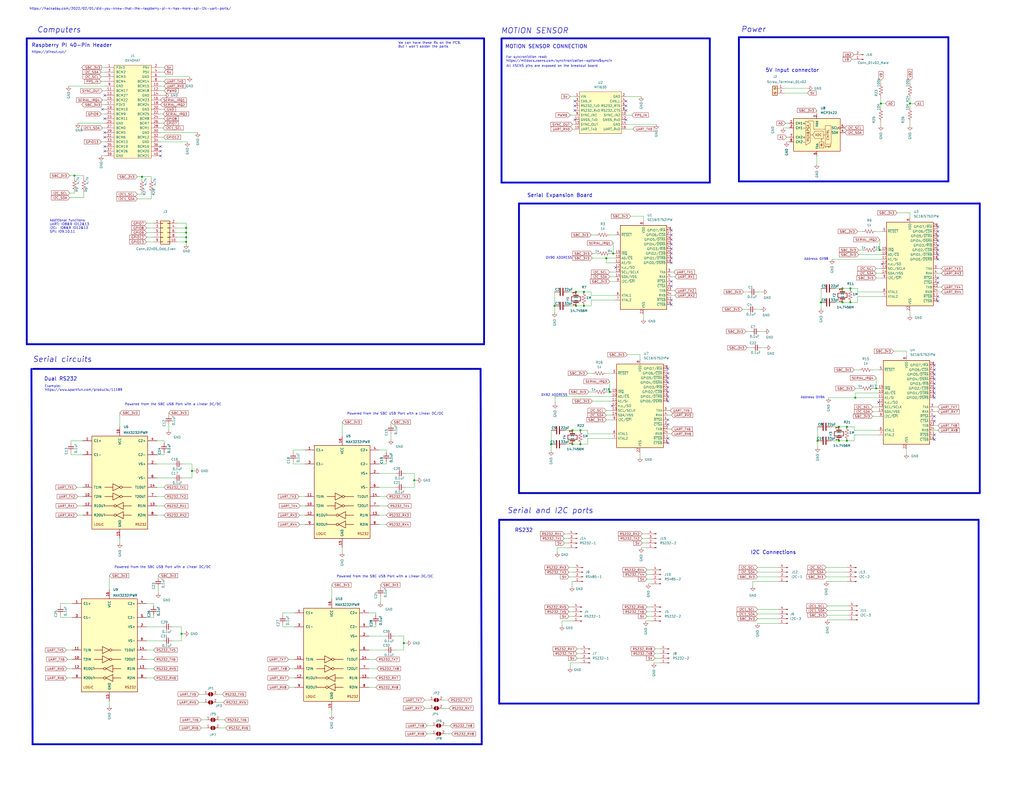
<source format=kicad_sch>
(kicad_sch (version 20230121) (generator eeschema)
  (paper "C")
  (title_block (title "ALPHA Main Board") (date "2022-06-15") (rev "1") (company "University of Rhode Island Smart Ocean Systems laboratory"))
  (junction (at 220.345 351.155))
  (junction (at 318.643 167.005))
  (junction (at 226.06 262.255))
  (junction (at 480.06 136.525))
  (junction (at 101.6 124.46))
  (junction (at 459.74 157.48))
  (junction (at 300.736 242.57))
  (junction (at 316.738 242.57))
  (junction (at 40.64 95.885))
  (junction (at 302.641 167.005))
  (junction (at 332.74 213.995))
  (junction (at 457.835 233.045))
  (junction (at 496.57 56.515))
  (junction (at 457.835 240.665))
  (junction (at 99.06 346.075))
  (junction (at 464.058 165.1))
  (junction (at 101.6 132.08))
  (junction (at 312.42 234.95))
  (junction (at 462.153 240.665))
  (junction (at 77.47 96.52))
  (junction (at 314.325 159.385))
  (junction (at 312.42 242.57))
  (junction (at 314.325 167.005))
  (junction (at 478.155 212.09))
  (junction (at 466.725 217.17))
  (junction (at 334.645 138.43))
  (junction (at 316.738 234.95))
  (junction (at 101.6 129.54))
  (junction (at 464.058 157.48))
  (junction (at 462.153 233.045))
  (junction (at 448.056 165.1))
  (junction (at 330.835 140.97))
  (junction (at 104.775 257.175))
  (junction (at 101.6 127))
  (junction (at 446.151 240.665))
  (junction (at 480.695 56.515))
  (junction (at 318.643 159.385))
  (junction (at 459.74 165.1))
  (no_connect (at 366.395 153.67))
  (no_connect (at 509.905 201.93))
  (no_connect (at 366.395 163.83))
  (no_connect (at 341.63 60.325))
  (no_connect (at 509.905 212.09))
  (no_connect (at 511.81 123.825))
  (no_connect (at 57.15 82.55))
  (no_connect (at 87.63 80.01))
  (no_connect (at 87.63 82.55))
  (no_connect (at 87.63 85.09))
  (no_connect (at 509.905 227.33))
  (no_connect (at 511.81 133.985))
  (no_connect (at 341.63 57.785))
  (no_connect (at 364.49 229.235))
  (no_connect (at 364.49 219.075))
  (no_connect (at 334.01 221.615))
  (no_connect (at 366.395 130.81))
  (no_connect (at 511.81 131.445))
  (no_connect (at 479.425 219.71))
  (no_connect (at 509.905 207.01))
  (no_connect (at 366.395 156.21))
  (no_connect (at 364.49 211.455))
  (no_connect (at 57.15 64.77))
  (no_connect (at 341.63 65.405))
  (no_connect (at 57.15 72.39))
  (no_connect (at 481.33 144.145))
  (no_connect (at 57.15 52.07))
  (no_connect (at 511.81 139.065))
  (no_connect (at 366.395 135.89))
  (no_connect (at 57.15 74.93))
  (no_connect (at 509.905 199.39))
  (no_connect (at 509.905 204.47))
  (no_connect (at 509.905 237.49))
  (no_connect (at 511.81 128.905))
  (no_connect (at 509.905 229.87))
  (no_connect (at 364.49 206.375))
  (no_connect (at 511.81 154.305))
  (no_connect (at 366.395 143.51))
  (no_connect (at 511.81 161.925))
  (no_connect (at 364.49 239.395))
  (no_connect (at 366.395 166.37))
  (no_connect (at 364.49 201.295))
  (no_connect (at 366.395 128.27))
  (no_connect (at 335.915 146.05))
  (no_connect (at 511.81 164.465))
  (no_connect (at 364.49 216.535))
  (no_connect (at 509.905 217.17))
  (no_connect (at 313.69 55.245))
  (no_connect (at 364.49 241.935))
  (no_connect (at 313.69 60.325))
  (no_connect (at 341.63 55.245))
  (no_connect (at 366.395 140.97))
  (no_connect (at 364.49 208.915))
  (no_connect (at 511.81 151.765))
  (no_connect (at 509.905 209.55))
  (no_connect (at 313.69 65.405))
  (no_connect (at 511.81 136.525))
  (no_connect (at 364.49 203.835))
  (no_connect (at 364.49 213.995))
  (no_connect (at 55.88 59.69))
  (no_connect (at 364.49 231.775))
  (no_connect (at 509.905 240.03))
  (no_connect (at 313.69 57.785))
  (no_connect (at 511.81 126.365))
  (no_connect (at 57.15 80.01))
  (no_connect (at 366.395 125.73))
  (no_connect (at 509.905 214.63))
  (no_connect (at 366.395 138.43))
  (no_connect (at 366.395 133.35))
  (no_connect (at 511.81 141.605))
  (wire (pts (xy 489.585 116.205) (xy 496.57 116.205)))
  (wire (pts (xy 351.155 174.117) (xy 351.155 171.45)))
  (wire (pts (xy 40.64 105.41) (xy 40.64 104.775)))
  (wire (pts (xy 353.06 316.23) (xy 355.6 316.23)))
  (wire (pts (xy 205.105 342.265) (xy 205.105 340.995)))
  (wire (pts (xy 314.96 356.87) (xy 316.865 356.87)))
  (polyline (pts (xy 17.145 201.422) (xy 17.78 406.4)) (stroke (width 1) (type solid)))
  (wire (pts (xy 349.885 52.705) (xy 341.63 52.705)))
  (polyline (pts (xy 264.16 187.96) (xy 264.16 20.955)) (stroke (width 1) (type solid)))
  (wire (pts (xy 478.155 126.365) (xy 481.33 126.365)))
  (wire (pts (xy 207.01 253.365) (xy 210.82 253.365)))
  (wire (pts (xy 233.045 396.24) (xy 235.585 396.24)))
  (wire (pts (xy 476.25 222.25) (xy 479.425 222.25)))
  (wire (pts (xy 353.06 334.01) (xy 355.6 334.01)))
  (wire (pts (xy 160.02 253.365) (xy 160.02 252.095)))
  (polyline (pts (xy 273.685 20.955) (xy 273.685 99.695)) (stroke (width 1) (type solid)))
  (wire (pts (xy 154.305 334.645) (xy 160.655 334.645)))
  (wire (pts (xy 186.69 230.505) (xy 186.69 238.125)))
  (wire (pts (xy 454.025 141.605) (xy 481.33 141.605)))
  (wire (pts (xy 87.63 39.37) (xy 89.535 39.37)))
  (wire (pts (xy 88.9 69.85) (xy 87.63 69.85)))
  (wire (pts (xy 446.151 240.665) (xy 446.151 244.221)))
  (polyline (pts (xy 264.16 20.955) (xy 14.605 20.955)) (stroke (width 1) (type solid)))
  (wire (pts (xy 445.77 89.535) (xy 445.77 85.09)))
  (wire (pts (xy 163.83 276.225) (xy 166.37 276.225)))
  (wire (pts (xy 480.695 68.58) (xy 480.695 66.675)))
  (wire (pts (xy 487.68 191.77) (xy 494.665 191.77)))
  (wire (pts (xy 213.36 231.775) (xy 213.36 230.505)))
  (wire (pts (xy 467.995 159.385) (xy 467.995 157.48)))
  (wire (pts (xy 80.01 337.185) (xy 83.82 337.185)))
  (wire (pts (xy 311.15 361.95) (xy 311.15 364.49)))
  (wire (pts (xy 311.15 62.865) (xy 313.69 62.865)))
  (wire (pts (xy 496.57 116.205) (xy 496.57 118.745)))
  (wire (pts (xy 77.47 96.52) (xy 77.47 97.79)))
  (wire (pts (xy 424.815 317.5) (xy 410.845 317.5)))
  (wire (pts (xy 353.06 331.47) (xy 355.6 331.47)))
  (wire (pts (xy 353.06 313.69) (xy 355.6 313.69)))
  (wire (pts (xy 496.57 56.515) (xy 499.11 56.515)))
  (wire (pts (xy 464.058 157.48) (xy 459.74 157.48)))
  (wire (pts (xy 74.93 106.045) (xy 77.47 106.045)))
  (wire (pts (xy 332.74 151.13) (xy 335.915 151.13)))
  (wire (pts (xy 476.25 224.79) (xy 479.425 224.79)))
  (wire (pts (xy 213.36 236.855) (xy 213.36 240.03)))
  (wire (pts (xy 462.153 240.665) (xy 457.835 240.665)))
  (wire (pts (xy 318.643 159.385) (xy 322.58 159.385)))
  (wire (pts (xy 201.295 365.125) (xy 205.74 365.125)))
  (wire (pts (xy 466.725 217.17) (xy 479.425 217.17)))
  (wire (pts (xy 233.045 400.685) (xy 235.585 400.685)))
  (wire (pts (xy 245.745 396.24) (xy 243.205 396.24)))
  (wire (pts (xy 38.735 240.665) (xy 45.085 240.665)))
  (wire (pts (xy 464.82 32.385) (xy 466.09 32.385)))
  (wire (pts (xy 448.056 165.1) (xy 448.056 168.656)))
  (wire (pts (xy 413.385 337.82) (xy 424.815 337.82)))
  (wire (pts (xy 496.57 59.055) (xy 496.57 56.515)))
  (wire (pts (xy 511.81 224.79) (xy 509.905 224.79)))
  (wire (pts (xy 478.155 151.765) (xy 481.33 151.765)))
  (wire (pts (xy 407.035 180.975) (xy 409.575 180.975)))
  (wire (pts (xy 85.725 276.225) (xy 89.535 276.225)))
  (wire (pts (xy 201.295 370.205) (xy 205.105 370.205)))
  (wire (pts (xy 106.045 257.175) (xy 104.775 257.175)))
  (wire (pts (xy 455.676 165.1) (xy 459.74 165.1)))
  (wire (pts (xy 109.855 393.065) (xy 112.395 393.065)))
  (wire (pts (xy 96.52 129.54) (xy 101.6 129.54)))
  (wire (pts (xy 220.98 266.065) (xy 226.06 266.065)))
  (wire (pts (xy 464.058 165.1) (xy 467.995 165.1)))
  (polyline (pts (xy 262.89 406.4) (xy 262.255 201.422)) (stroke (width 1) (type solid)))
  (wire (pts (xy 87.63 77.47) (xy 102.235 77.47)))
  (polyline (pts (xy 14.605 187.96) (xy 264.16 187.96)) (stroke (width 1) (type solid)))
  (wire (pts (xy 310.261 167.005) (xy 314.325 167.005)))
  (wire (pts (xy 89.535 240.665) (xy 85.725 240.665)))
  (wire (pts (xy 481.33 161.925) (xy 467.995 161.925)))
  (wire (pts (xy 318.643 159.385) (xy 314.325 159.385)))
  (wire (pts (xy 163.576 281.305) (xy 166.37 281.305)))
  (wire (pts (xy 310.515 309.88) (xy 313.055 309.88)))
  (wire (pts (xy 424.815 309.88) (xy 413.385 309.88)))
  (wire (pts (xy 511.81 234.95) (xy 509.905 234.95)))
  (wire (pts (xy 101.6 132.08) (xy 101.6 129.54)))
  (wire (pts (xy 334.01 219.075) (xy 323.215 219.075)))
  (wire (pts (xy 300.736 234.95) (xy 300.736 242.57)))
  (wire (pts (xy 89.535 248.285) (xy 89.535 247.015)))
  (wire (pts (xy 45.72 107.95) (xy 38.1 107.95)))
  (wire (pts (xy 55.88 59.69) (xy 57.15 59.69)))
  (wire (pts (xy 207.01 258.445) (xy 215.9 258.445)))
  (wire (pts (xy 446.151 233.045) (xy 446.151 240.665)))
  (wire (pts (xy 87.63 46.99) (xy 89.535 46.99)))
  (wire (pts (xy 405.13 168.91) (xy 407.67 168.91)))
  (wire (pts (xy 33.02 329.565) (xy 39.37 329.565)))
  (wire (pts (xy 330.835 224.155) (xy 334.01 224.155)))
  (wire (pts (xy 368.3 158.75) (xy 366.395 158.75)))
  (wire (pts (xy 478.79 136.525) (xy 480.06 136.525)))
  (wire (pts (xy 424.815 312.42) (xy 413.385 312.42)))
  (wire (pts (xy 244.475 382.27) (xy 241.935 382.27)))
  (wire (pts (xy 201.295 347.345) (xy 210.185 347.345)))
  (wire (pts (xy 154.305 335.915) (xy 154.305 334.645)))
  (wire (pts (xy 55.245 39.37) (xy 57.15 39.37)))
  (wire (pts (xy 157.48 360.045) (xy 160.655 360.045)))
  (wire (pts (xy 100.33 346.075) (xy 99.06 346.075)))
  (wire (pts (xy 42.545 67.31) (xy 57.15 67.31)))
  (wire (pts (xy 80.01 365.125) (xy 83.82 365.125)))
  (wire (pts (xy 476.25 227.33) (xy 479.425 227.33)))
  (wire (pts (xy 367.665 148.59) (xy 366.395 148.59)))
  (wire (pts (xy 310.515 312.42) (xy 313.055 312.42)))
  (wire (pts (xy 104.775 257.175) (xy 104.775 260.985)))
  (wire (pts (xy 80.01 132.08) (xy 83.82 132.08)))
  (wire (pts (xy 330.835 226.695) (xy 334.01 226.695)))
  (wire (pts (xy 302.641 167.005) (xy 302.768 167.005)))
  (wire (pts (xy 42.545 271.145) (xy 45.085 271.145)))
  (wire (pts (xy 462.28 312.42) (xy 450.85 312.42)))
  (wire (pts (xy 96.52 132.08) (xy 101.6 132.08)))
  (wire (pts (xy 353.822 318.77) (xy 355.6 318.77)))
  (wire (pts (xy 85.725 266.065) (xy 89.535 266.065)))
  (wire (pts (xy 65.405 225.425) (xy 65.405 233.045)))
  (wire (pts (xy 481.33 159.385) (xy 467.995 159.385)))
  (polyline (pts (xy 272.415 283.845) (xy 272.415 384.175)) (stroke (width 1) (type solid)))
  (wire (pts (xy 356.87 361.95) (xy 360.045 361.95)))
  (wire (pts (xy 480.695 59.055) (xy 480.695 56.515)))
  (wire (pts (xy 467.995 161.925) (xy 467.995 165.1)))
  (wire (pts (xy 82.55 108.585) (xy 74.93 108.585)))
  (wire (pts (xy 300.736 242.57) (xy 300.863 242.57)))
  (wire (pts (xy 82.55 105.41) (xy 82.55 108.585)))
  (wire (pts (xy 462.153 233.045) (xy 457.835 233.045)))
  (wire (pts (xy 480.695 56.515) (xy 480.695 53.34)))
  (wire (pts (xy 207.01 281.305) (xy 210.82 281.305)))
  (wire (pts (xy 80.01 370.205) (xy 83.82 370.205)))
  (wire (pts (xy 466.09 237.49) (xy 466.09 240.665)))
  (wire (pts (xy 349.25 249.682) (xy 349.25 247.015)))
  (wire (pts (xy 38.1 95.885) (xy 40.64 95.885)))
  (wire (pts (xy 320.675 239.395) (xy 320.675 242.57)))
  (wire (pts (xy 45.72 95.885) (xy 40.64 95.885)))
  (wire (pts (xy 323.215 140.97) (xy 330.835 140.97)))
  (polyline (pts (xy 517.525 99.06) (xy 517.525 20.32)) (stroke (width 1) (type solid)))
  (wire (pts (xy 80.01 360.045) (xy 83.82 360.045)))
  (wire (pts (xy 413.385 314.96) (xy 424.815 314.96)))
  (wire (pts (xy 480.06 130.81) (xy 480.06 136.525)))
  (wire (pts (xy 312.42 339.09) (xy 306.705 339.09)))
  (wire (pts (xy 207.01 266.065) (xy 215.9 266.065)))
  (wire (pts (xy 85.725 253.365) (xy 94.615 253.365)))
  (wire (pts (xy 462.915 333.375) (xy 451.485 333.375)))
  (wire (pts (xy 85.725 248.285) (xy 89.535 248.285)))
  (wire (pts (xy 350.52 291.465) (xy 353.06 291.465)))
  (wire (pts (xy 424.815 332.74) (xy 413.385 332.74)))
  (wire (pts (xy 306.705 339.09) (xy 306.705 341.63)))
  (wire (pts (xy 157.861 375.285) (xy 160.655 375.285)))
  (wire (pts (xy 345.44 70.485) (xy 341.63 70.485)))
  (wire (pts (xy 320.675 236.855) (xy 320.675 234.95)))
  (wire (pts (xy 478.155 212.09) (xy 479.425 212.09)))
  (wire (pts (xy 312.42 67.945) (xy 313.69 67.945)))
  (wire (pts (xy 428.625 67.31) (xy 430.53 67.31)))
  (wire (pts (xy 511.81 222.25) (xy 509.905 222.25)))
  (wire (pts (xy 407.67 189.865) (xy 410.21 189.865)))
  (wire (pts (xy 330.835 143.51) (xy 330.835 140.97)))
  (wire (pts (xy 331.47 213.995) (xy 332.74 213.995)))
  (wire (pts (xy 245.11 386.715) (xy 241.935 386.715)))
  (wire (pts (xy 332.74 148.59) (xy 335.915 148.59)))
  (wire (pts (xy 468.63 139.065) (xy 481.33 139.065)))
  (wire (pts (xy 312.42 70.485) (xy 313.69 70.485)))
  (wire (pts (xy 311.15 52.705) (xy 313.69 52.705)))
  (wire (pts (xy 453.771 233.045) (xy 457.835 233.045)))
  (wire (pts (xy 466.725 212.09) (xy 469.265 212.09)))
  (wire (pts (xy 480.695 43.815) (xy 480.695 45.72)))
  (wire (pts (xy 80.01 342.265) (xy 88.9 342.265)))
  (wire (pts (xy 207.01 276.225) (xy 211.455 276.225)))
  (wire (pts (xy 429.26 77.47) (xy 430.53 77.47)))
  (polyline (pts (xy 403.225 99.06) (xy 517.525 99.06)) (stroke (width 1) (type solid)))
  (wire (pts (xy 316.738 234.95) (xy 320.675 234.95)))
  (wire (pts (xy 55.245 62.23) (xy 57.15 62.23)))
  (wire (pts (xy 207.01 271.145) (xy 210.82 271.145)))
  (wire (pts (xy 462.153 240.665) (xy 466.09 240.665)))
  (wire (pts (xy 312.166 317.5) (xy 313.055 317.5)))
  (wire (pts (xy 310.515 331.47) (xy 312.42 331.47)))
  (wire (pts (xy 353.06 311.15) (xy 355.6 311.15)))
  (wire (pts (xy 316.738 242.57) (xy 312.42 242.57)))
  (wire (pts (xy 215.265 347.345) (xy 220.345 347.345)))
  (wire (pts (xy 349.25 193.675) (xy 349.25 196.215)))
  (wire (pts (xy 83.82 330.835) (xy 83.82 329.565)))
  (wire (pts (xy 38.735 248.285) (xy 38.735 247.015)))
  (wire (pts (xy 448.056 157.48) (xy 448.056 165.1)))
  (wire (pts (xy 478.155 146.685) (xy 481.33 146.685)))
  (wire (pts (xy 92.075 231.775) (xy 92.075 234.95)))
  (wire (pts (xy 334.645 138.43) (xy 335.915 138.43)))
  (wire (pts (xy 59.69 382.905) (xy 59.69 385.445)))
  (wire (pts (xy 36.83 360.045) (xy 39.37 360.045)))
  (wire (pts (xy 55.245 44.45) (xy 57.15 44.45)))
  (wire (pts (xy 41.91 266.065) (xy 45.085 266.065)))
  (wire (pts (xy 87.63 72.39) (xy 107.95 72.39)))
  (wire (pts (xy 121.285 379.095) (xy 118.745 379.095)))
  (wire (pts (xy 99.06 342.265) (xy 99.06 346.075)))
  (wire (pts (xy 466.725 214.63) (xy 466.725 217.17)))
  (wire (pts (xy 87.63 59.69) (xy 89.535 59.69)))
  (wire (pts (xy 45.72 104.775) (xy 45.72 107.95)))
  (wire (pts (xy 33.02 337.185) (xy 33.02 335.915)))
  (wire (pts (xy 210.82 245.745) (xy 207.01 245.745)))
  (wire (pts (xy 330.835 229.235) (xy 334.01 229.235)))
  (wire (pts (xy 351.155 118.11) (xy 351.155 120.65)))
  (wire (pts (xy 476.885 212.09) (xy 478.155 212.09)))
  (wire (pts (xy 494.665 191.77) (xy 494.665 194.31)))
  (wire (pts (xy 424.815 335.28) (xy 413.385 335.28)))
  (wire (pts (xy 480.06 136.525) (xy 481.33 136.525)))
  (wire (pts (xy 451.485 338.455) (xy 462.915 338.455)))
  (wire (pts (xy 429.26 74.93) (xy 430.53 74.93)))
  (wire (pts (xy 513.715 149.225) (xy 511.81 149.225)))
  (wire (pts (xy 335.915 143.51) (xy 330.835 143.51)))
  (wire (pts (xy 158.115 365.125) (xy 160.655 365.125)))
  (wire (pts (xy 335.915 163.83) (xy 322.58 163.83)))
  (wire (pts (xy 310.515 314.96) (xy 313.055 314.96)))
  (wire (pts (xy 55.88 54.61) (xy 57.15 54.61)))
  (wire (pts (xy 89.535 36.83) (xy 87.63 36.83)))
  (wire (pts (xy 513.715 159.385) (xy 511.81 159.385)))
  (wire (pts (xy 101.6 133.35) (xy 101.6 132.08)))
  (wire (pts (xy 466.725 214.63) (xy 479.425 214.63)))
  (wire (pts (xy 448.056 165.1) (xy 448.183 165.1)))
  (wire (pts (xy 157.861 370.205) (xy 160.655 370.205)))
  (wire (pts (xy 468.63 136.525) (xy 471.17 136.525)))
  (wire (pts (xy 321.31 213.995) (xy 323.85 213.995)))
  (wire (pts (xy 496.57 68.58) (xy 496.57 66.675)))
  (wire (pts (xy 87.63 41.91) (xy 103.505 41.91)))
  (wire (pts (xy 452.12 217.17) (xy 466.725 217.17)))
  (wire (pts (xy 332.74 153.67) (xy 335.915 153.67)))
  (wire (pts (xy 304.165 299.085) (xy 304.165 301.625)))
  (wire (pts (xy 307.975 296.545) (xy 309.88 296.545)))
  (wire (pts (xy 220.345 351.155) (xy 220.345 354.965)))
  (wire (pts (xy 450.85 314.96) (xy 462.28 314.96)))
  (wire (pts (xy 40.64 95.885) (xy 40.64 97.155)))
  (wire (pts (xy 205.105 335.915) (xy 205.105 334.645)))
  (wire (pts (xy 312.166 320.294) (xy 312.166 317.5)))
  (wire (pts (xy 93.98 342.265) (xy 99.06 342.265)))
  (polyline (pts (xy 14.605 20.955) (xy 14.605 24.13)) (stroke (width 1) (type solid)))
  (wire (pts (xy 322.58 163.83) (xy 322.58 167.005)))
  (wire (pts (xy 215.265 354.965) (xy 220.345 354.965)))
  (wire (pts (xy 349.885 299.085) (xy 353.06 299.085)))
  (wire (pts (xy 201.295 342.265) (xy 205.105 342.265)))
  (wire (pts (xy 154.305 342.265) (xy 154.305 340.995)))
  (wire (pts (xy 80.01 349.885) (xy 88.9 349.885)))
  (wire (pts (xy 320.675 203.835) (xy 323.215 203.835)))
  (wire (pts (xy 334.645 132.715) (xy 334.645 138.43)))
  (wire (pts (xy 462.915 330.835) (xy 451.485 330.835)))
  (wire (pts (xy 476.25 201.93) (xy 479.425 201.93)))
  (wire (pts (xy 180.975 319.405) (xy 180.975 327.025)))
  (wire (pts (xy 357.505 354.33) (xy 360.045 354.33)))
  (wire (pts (xy 87.63 64.77) (xy 89.281 64.77)))
  (wire (pts (xy 445.77 60.325) (xy 445.77 62.23)))
  (wire (pts (xy 220.345 347.345) (xy 220.345 351.155)))
  (wire (pts (xy 464.058 165.1) (xy 459.74 165.1)))
  (wire (pts (xy 108.585 383.54) (xy 111.125 383.54)))
  (wire (pts (xy 80.01 121.92) (xy 83.82 121.92)))
  (wire (pts (xy 302.895 216.535) (xy 302.895 220.345)))
  (wire (pts (xy 207.645 325.755) (xy 207.645 328.93)))
  (polyline (pts (xy 534.035 384.175) (xy 534.035 283.845)) (stroke (width 1) (type solid)))
  (wire (pts (xy 180.975 387.985) (xy 180.975 390.525)))
  (wire (pts (xy 467.995 126.365) (xy 470.535 126.365)))
  (wire (pts (xy 451.485 335.915) (xy 462.915 335.915)))
  (wire (pts (xy 96.52 124.46) (xy 101.6 124.46)))
  (wire (pts (xy 101.6 127) (xy 101.6 124.46)))
  (wire (pts (xy 302.895 216.535) (xy 334.01 216.535)))
  (wire (pts (xy 205.105 334.645) (xy 201.295 334.645)))
  (wire (pts (xy 42.291 281.305) (xy 45.085 281.305)))
  (polyline (pts (xy 272.415 384.175) (xy 534.035 384.175)) (stroke (width 1) (type solid)))
  (wire (pts (xy 231.775 382.27) (xy 234.315 382.27)))
  (polyline (pts (xy 403.225 20.32) (xy 403.225 99.06)) (stroke (width 1) (type solid)))
  (wire (pts (xy 366.395 226.695) (xy 364.49 226.695)))
  (wire (pts (xy 318.643 167.005) (xy 322.58 167.005)))
  (wire (pts (xy 330.835 140.97) (xy 335.915 140.97)))
  (polyline (pts (xy 283.21 111.125) (xy 283.21 269.24)) (stroke (width 1) (type solid)))
  (wire (pts (xy 332.74 208.28) (xy 332.74 213.995)))
  (polyline (pts (xy 18.034 201.422) (xy 17.145 201.422)))
  (wire (pts (xy 480.695 56.515) (xy 483.235 56.515)))
  (wire (pts (xy 207.645 320.675) (xy 207.645 319.405)))
  (wire (pts (xy 55.245 85.09) (xy 57.15 85.09)))
  (wire (pts (xy 55.245 36.83) (xy 57.15 36.83)))
  (wire (pts (xy 466.09 201.93) (xy 468.63 201.93)))
  (wire (pts (xy 412.75 168.91) (xy 415.29 168.91)))
  (wire (pts (xy 39.37 337.185) (xy 33.02 337.185)))
  (wire (pts (xy 163.576 286.385) (xy 166.37 286.385)))
  (wire (pts (xy 201.295 354.965) (xy 210.185 354.965)))
  (wire (pts (xy 494.665 247.777) (xy 494.665 245.11)))
  (wire (pts (xy 246.38 400.685) (xy 243.205 400.685)))
  (wire (pts (xy 466.09 234.95) (xy 466.09 233.045)))
  (wire (pts (xy 310.515 334.01) (xy 312.42 334.01)))
  (wire (pts (xy 123.19 397.51) (xy 120.015 397.51)))
  (wire (pts (xy 308.356 234.95) (xy 312.42 234.95)))
  (wire (pts (xy 309.88 299.085) (xy 304.165 299.085)))
  (wire (pts (xy 496.57 56.515) (xy 496.57 53.34)))
  (polyline (pts (xy 272.415 283.845) (xy 534.035 283.845)) (stroke (width 1) (type solid)))
  (wire (pts (xy 45.085 248.285) (xy 38.735 248.285)))
  (wire (pts (xy 231.775 386.715) (xy 234.315 386.715)))
  (wire (pts (xy 479.425 234.95) (xy 466.09 234.95)))
  (wire (pts (xy 307.975 291.465) (xy 309.88 291.465)))
  (wire (pts (xy 478.155 206.375) (xy 478.155 212.09)))
  (wire (pts (xy 307.975 294.005) (xy 309.88 294.005)))
  (wire (pts (xy 83.82 329.565) (xy 80.01 329.565)))
  (wire (pts (xy 226.06 262.255) (xy 226.06 266.065)))
  (wire (pts (xy 45.72 97.155) (xy 45.72 95.885)))
  (polyline (pts (xy 273.685 99.695) (xy 387.35 99.695)) (stroke (width 1) (type solid)))
  (polyline (pts (xy 534.67 269.24) (xy 534.67 111.125)) (stroke (width 1) (type solid)))
  (polyline (pts (xy 18.034 201.422) (xy 262.255 201.422)) (stroke (width 1) (type solid)))
  (wire (pts (xy 88.9 62.23) (xy 87.63 62.23)))
  (wire (pts (xy 334.01 236.855) (xy 320.675 236.855)))
  (wire (pts (xy 513.715 146.685) (xy 511.81 146.685)))
  (polyline (pts (xy 14.605 24.13) (xy 14.605 187.96)) (stroke (width 1) (type solid)))
  (wire (pts (xy 109.855 397.51) (xy 112.395 397.51)))
  (wire (pts (xy 496.57 172.212) (xy 496.57 169.545)))
  (wire (pts (xy 415.29 189.865) (xy 417.83 189.865)))
  (wire (pts (xy 513.715 156.845) (xy 511.81 156.845)))
  (polyline (pts (xy 273.685 20.955) (xy 387.35 20.955)) (stroke (width 1) (type solid)))
  (wire (pts (xy 344.805 62.865) (xy 341.63 62.865)))
  (polyline (pts (xy 17.78 406.4) (xy 262.89 406.4)) (stroke (width 1) (type solid)))
  (wire (pts (xy 322.58 161.29) (xy 322.58 159.385)))
  (wire (pts (xy 38.1 105.41) (xy 40.64 105.41)))
  (wire (pts (xy 332.74 128.27) (xy 335.915 128.27)))
  (wire (pts (xy 93.98 349.885) (xy 99.06 349.885)))
  (wire (pts (xy 55.245 57.15) (xy 57.15 57.15)))
  (wire (pts (xy 479.425 237.49) (xy 466.09 237.49)))
  (wire (pts (xy 104.775 253.365) (xy 104.775 257.175)))
  (wire (pts (xy 80.01 124.46) (xy 83.82 124.46)))
  (wire (pts (xy 85.725 271.145) (xy 89.535 271.145)))
  (wire (pts (xy 316.865 361.95) (xy 311.15 361.95)))
  (wire (pts (xy 86.36 315.595) (xy 86.36 314.325)))
  (wire (pts (xy 405.765 159.385) (xy 408.305 159.385)))
  (wire (pts (xy 83.82 337.185) (xy 83.82 335.915)))
  (wire (pts (xy 101.6 124.46) (xy 101.6 121.92)))
  (wire (pts (xy 366.395 234.315) (xy 364.49 234.315)))
  (wire (pts (xy 413.385 340.36) (xy 424.815 340.36)))
  (wire (pts (xy 446.151 240.665) (xy 446.278 240.665)))
  (wire (pts (xy 366.395 236.855) (xy 364.49 236.855)))
  (wire (pts (xy 160.02 245.745) (xy 166.37 245.745)))
  (wire (pts (xy 101.6 121.92) (xy 96.52 121.92)))
  (wire (pts (xy 160.02 247.015) (xy 160.02 245.745)))
  (wire (pts (xy 89.535 241.935) (xy 89.535 240.665)))
  (wire (pts (xy 85.725 281.305) (xy 89.535 281.305)))
  (wire (pts (xy 316.738 242.57) (xy 320.675 242.57)))
  (wire (pts (xy 368.3 151.13) (xy 366.395 151.13)))
  (polyline (pts (xy 283.21 269.24) (xy 534.67 269.24)) (stroke (width 1) (type solid)))
  (wire (pts (xy 36.576 365.125) (xy 39.37 365.125)))
  (wire (pts (xy 464.058 157.48) (xy 467.995 157.48)))
  (wire (pts (xy 350.52 296.545) (xy 353.06 296.545)))
  (wire (pts (xy 74.93 96.52) (xy 77.47 96.52)))
  (wire (pts (xy 368.3 161.29) (xy 366.395 161.29)))
  (wire (pts (xy 160.655 342.265) (xy 154.305 342.265)))
  (wire (pts (xy 207.01 286.385) (xy 210.82 286.385)))
  (wire (pts (xy 77.47 106.045) (xy 77.47 105.41)))
  (wire (pts (xy 42.291 276.225) (xy 45.085 276.225)))
  (wire (pts (xy 413.385 159.385) (xy 415.925 159.385)))
  (wire (pts (xy 365.76 224.155) (xy 364.49 224.155)))
  (wire (pts (xy 352.425 339.09) (xy 355.6 339.09)))
  (wire (pts (xy 99.695 260.985) (xy 104.775 260.985)))
  (wire (pts (xy 101.6 129.54) (xy 101.6 127)))
  (wire (pts (xy 82.55 97.79) (xy 82.55 96.52)))
  (wire (pts (xy 36.576 370.205) (xy 39.37 370.205)))
  (polyline (pts (xy 387.35 99.695) (xy 387.35 20.955)) (stroke (width 1) (type solid)))
  (wire (pts (xy 87.63 74.93) (xy 89.281 74.93)))
  (wire (pts (xy 310.515 336.55) (xy 312.42 336.55)))
  (wire (pts (xy 65.405 294.005) (xy 65.405 296.545)))
  (wire (pts (xy 99.06 346.075) (xy 99.06 349.885)))
  (wire (pts (xy 335.915 161.29) (xy 322.58 161.29)))
  (wire (pts (xy 87.63 44.45) (xy 89.535 44.45)))
  (wire (pts (xy 80.01 127) (xy 83.82 127)))
  (polyline (pts (xy 283.21 111.125) (xy 534.67 111.125)) (stroke (width 1) (type solid)))
  (wire (pts (xy 122.555 393.065) (xy 120.015 393.065)))
  (wire (pts (xy 310.261 159.385) (xy 314.325 159.385)))
  (wire (pts (xy 226.06 258.445) (xy 226.06 262.255)))
  (wire (pts (xy 210.82 253.365) (xy 210.82 252.095)))
  (wire (pts (xy 82.55 96.52) (xy 77.47 96.52)))
  (wire (pts (xy 86.36 320.675) (xy 86.36 323.85)))
  (wire (pts (xy 87.63 67.31) (xy 89.281 67.31)))
  (wire (pts (xy 55.88 69.85) (xy 57.15 69.85)))
  (polyline (pts (xy 403.225 20.32) (xy 517.525 20.32)) (stroke (width 1) (type solid)))
  (wire (pts (xy 478.155 149.225) (xy 481.33 149.225)))
  (wire (pts (xy 36.195 354.965) (xy 39.37 354.965)))
  (wire (pts (xy 121.92 383.54) (xy 118.745 383.54)))
  (wire (pts (xy 166.37 253.365) (xy 160.02 253.365)))
  (wire (pts (xy 201.295 360.045) (xy 205.105 360.045)))
  (wire (pts (xy 308.356 242.57) (xy 312.42 242.57)))
  (wire (pts (xy 92.075 226.695) (xy 92.075 225.425)))
  (wire (pts (xy 462.28 309.88) (xy 450.85 309.88)))
  (wire (pts (xy 357.505 359.41) (xy 360.045 359.41)))
  (wire (pts (xy 186.69 299.085) (xy 186.69 301.625)))
  (wire (pts (xy 450.85 317.5) (xy 462.28 317.5)))
  (wire (pts (xy 108.585 379.095) (xy 111.125 379.095)))
  (wire (pts (xy 455.676 157.48) (xy 459.74 157.48)))
  (wire (pts (xy 33.02 330.835) (xy 33.02 329.565)))
  (wire (pts (xy 55.245 77.47) (xy 57.15 77.47)))
  (wire (pts (xy 85.725 260.985) (xy 94.615 260.985)))
  (wire (pts (xy 357.505 356.87) (xy 360.045 356.87)))
  (wire (pts (xy 427.99 50.8) (xy 440.69 50.8)))
  (wire (pts (xy 220.98 258.445) (xy 226.06 258.445)))
  (wire (pts (xy 322.58 128.27) (xy 325.12 128.27)))
  (wire (pts (xy 323.215 138.43) (xy 325.755 138.43)))
  (wire (pts (xy 330.835 203.835) (xy 334.01 203.835)))
  (wire (pts (xy 302.641 159.385) (xy 302.641 167.005)))
  (wire (pts (xy 210.82 247.015) (xy 210.82 245.745)))
  (wire (pts (xy 80.01 129.54) (xy 83.82 129.54)))
  (wire (pts (xy 333.375 138.43) (xy 334.645 138.43)))
  (wire (pts (xy 99.695 253.365) (xy 104.775 253.365)))
  (wire (pts (xy 59.69 314.325) (xy 59.69 321.945)))
  (wire (pts (xy 332.74 213.995) (xy 334.01 213.995)))
  (wire (pts (xy 89.535 52.07) (xy 87.63 52.07)))
  (wire (pts (xy 414.655 180.975) (xy 417.195 180.975)))
  (wire (pts (xy 38.735 241.935) (xy 38.735 240.665)))
  (wire (pts (xy 342.265 193.675) (xy 349.25 193.675)))
  (wire (pts (xy 300.736 242.57) (xy 300.736 246.126)))
  (wire (pts (xy 314.96 359.41) (xy 316.865 359.41)))
  (wire (pts (xy 353.06 336.55) (xy 355.6 336.55)))
  (wire (pts (xy 201.295 375.285) (xy 205.105 375.285)))
  (wire (pts (xy 96.52 127) (xy 101.6 127)))
  (wire (pts (xy 227.33 262.255) (xy 226.06 262.255)))
  (wire (pts (xy 350.52 294.005) (xy 353.06 294.005)))
  (wire (pts (xy 163.195 271.145) (xy 166.37 271.145)))
  (wire (pts (xy 511.81 232.41) (xy 509.905 232.41)))
  (wire (pts (xy 314.96 354.33) (xy 316.865 354.33)))
  (wire (pts (xy 318.643 167.005) (xy 314.325 167.005)))
  (wire (pts (xy 334.01 239.395) (xy 320.675 239.395)))
  (wire (pts (xy 221.615 351.155) (xy 220.345 351.155)))
  (wire (pts (xy 55.245 41.91) (xy 57.15 41.91)))
  (wire (pts (xy 410.845 317.5) (xy 410.845 320.04)))
  (wire (pts (xy 316.738 234.95) (xy 312.42 234.95)))
  (wire (pts (xy 427.355 69.85) (xy 430.53 69.85)))
  (wire (pts (xy 87.63 49.53) (xy 89.535 49.53)))
  (wire (pts (xy 80.01 354.965) (xy 83.82 354.965)))
  (wire (pts (xy 55.88 49.53) (xy 57.15 49.53)))
  (wire (pts (xy 37.465 46.99) (xy 57.15 46.99)))
  (wire (pts (xy 358.14 67.945) (xy 341.63 67.945)))
  (wire (pts (xy 462.153 233.045) (xy 466.09 233.045)))
  (wire (pts (xy 496.57 43.815) (xy 496.57 45.72)))
  (wire (pts (xy 302.641 167.005) (xy 302.641 170.561)))
  (wire (pts (xy 453.771 240.665) (xy 457.835 240.665)))
  (wire (pts (xy 427.99 48.26) (xy 440.69 48.26)))
  (wire (pts (xy 344.17 118.11) (xy 351.155 118.11)))
  (text "I2C Connections" (at 409.575 302.895 0) (effects (font (size 2 2) (thickness 0.254) bold) (justify left bottom)))
  (text "Powered from the SBC USB Port with a Linear DC/DC" (at 183.642 315.595 0) (effects (font (size 1.27 1.27)) (justify left bottom)))
  (text "0X90 ADDRESS" (at 297.815 141.605 0) (effects (font (size 1.27 1.27)) (justify left bottom)))
  (text "5V Input connector" (at 417.703 39.624 0) (effects (font (size 2 2) (thickness 0.254) bold) (justify left bottom)))
  (text "RS232\n" (at 290.83 290.83 0) (effects (font (size 2 2) (thickness 0.254) bold) (justify right bottom)))
  (text "Serial circuits" (at 17.907 198.12 0) (effects (font (size 3 3) (thickness 0.254) bold italic) (justify left bottom)))
  (text "MOTION SENSOR CONNECTION" (at 275.59 26.67 0) (effects (font (size 2 2) (thickness 0.254) bold) (justify left bottom)))
  (text "Powered from the SBC USB Port with a Linear DC/DC" (at 62.357 310.515 0) (effects (font (size 1.27 1.27)) (justify left bottom)))
  (text "Dual RS232\n" (at 42.164 208.153 0) (effects (font (size 2 2) (thickness 0.254) bold) (justify right bottom)))
  (text "Power" (at 404.368 17.907 0) (effects (font (size 3 3) (thickness 0.254) bold italic) (justify left bottom)))
  (text "Address 0X9A\n" (at 436.88 217.805 0) (effects (font (size 1.27 1.27)) (justify left bottom)))
  (text "Example: \nhttps://www.sparkfun.com/products/11189" (at 24.384 213.741 0) (effects (font (size 1.27 1.27)) (justify left bottom)))
  (text "Additional funcitons\nUART: IO8&9 IO12&13\nI2C:  IO8&9 IO12&13\nSPI: IO9,10,11" (at 27.051 127.381 0) (effects (font (size 1.27 1.27)) (justify left bottom)))
  (text "\nAll XSENS pins are exposed on the breakout board" (at 276.225 36.83 0) (effects (font (size 1.27 1.27)) (justify left bottom)))
  (text "Computers" (at 20.193 18.161 0) (effects (font (size 3 3) (thickness 0.254) bold italic) (justify left bottom)))
  (text "0X92 ADDRESS" (at 295.275 216.535 0) (effects (font (size 1.27 1.27)) (justify left bottom)))
  (text "For syncroniztion read: \nhttps://mtidocs.xsens.com/synchronization-options$syncin" (at 276.098 34.036 0) (effects (font (size 1.27 1.27)) (justify left bottom)))
  (text "We can have these Rs on the PCB.\nBut I won't solder the parts" (at 217.297 26.289 0) (effects (font (size 1.27 1.27)) (justify left bottom)))
  (text "https://pinout.xyz/" (at 17.145 29.21 0) (effects (font (size 1.27 1.27)) (justify left bottom)))
  (text "Powered from the SBC USB Port with a Linear DC/DC" (at 189.357 226.695 0) (effects (font (size 1.27 1.27)) (justify left bottom)))
  (text "Raspberry PI 40-Pin Header\n\n" (at 17.145 29.21 0) (effects (font (size 2 2) (thickness 0.254) bold) (justify left bottom)))
  (text "https://hackaday.com/2022/02/01/did-you-know-that-the-raspberry-pi-4-has-more-spi-i2c-uart-ports/" (at 16.002 5.588 0) (effects (font (size 1.27 1.27)) (justify left bottom)))
  (text "MOTION SENSOR" (at 273.304 18.669 0) (effects (font (size 3 3) (thickness 0.254) bold italic) (justify left bottom)))
  (text " resistors on the UARTs has to be checked\nEspecially the value" (at 39.878 -6.223 0) (effects (font (size 1.27 1.27)) (justify left bottom)))
  (text "Address 0X98\n" (at 438.785 142.24 0) (effects (font (size 1.27 1.27)) (justify left bottom)))
  (text "Serial Expansion Board" (at 287.655 107.95 0) (effects (font (size 2 2) (thickness 0.254) bold) (justify left bottom)))
  (text "Serial and I2C ports" (at 276.733 280.67 0) (effects (font (size 3 3) (thickness 0.254) bold italic) (justify left bottom)))
  (text "Powered from the SBC USB Port with a Linear DC/DC" (at 68.072 221.615 0) (effects (font (size 1.27 1.27)) (justify left bottom)))
  (global_label "SERIAL_IRQ4" (shape input) (at 478.155 206.375 180) (property "Intersheetrefs" "${INTERSHEET_REFS}" (effects hide)))
  (global_label "UART_RX5" (shape input) (at 366.395 226.695 0) (property "Intersheetrefs" "${INTERSHEET_REFS}" (effects hide)))
  (global_label "I2C1_SCL" (shape input) (at 451.485 330.835 180) (property "Intersheetrefs" "${INTERSHEET_REFS}" (effects hide)))
  (global_label "SBC_3V3" (shape output) (at 55.245 57.15 180) (property "Intersheetrefs" "${INTERSHEET_REFS}" (effects hide)))
  (global_label "SBC_3V3" (shape input) (at 323.215 138.43 180) (property "Intersheetrefs" "${INTERSHEET_REFS}" (effects hide)))
  (global_label "UART_TX4" (shape input) (at 513.715 156.845 0) (property "Intersheetrefs" "${INTERSHEET_REFS}" (effects hide)))
  (global_label "I2C_SDA" (shape input) (at 55.245 39.37 180) (property "Intersheetrefs" "${INTERSHEET_REFS}" (effects hide)))
  (global_label "GPIO7" (shape input) (at 89.281 67.31 0) (property "Intersheetrefs" "${INTERSHEET_REFS}" (effects hide)))
  (global_label "GPIO9" (shape input) (at 55.245 62.23 180) (property "Intersheetrefs" "${INTERSHEET_REFS}" (effects hide)))
  (global_label "SBC_3V3" (shape input) (at 405.765 159.385 180) (property "Intersheetrefs" "${INTERSHEET_REFS}" (effects hide)))
  (global_label "SBC_3V3" (shape input) (at 344.17 118.11 180) (property "Intersheetrefs" "${INTERSHEET_REFS}" (effects hide)))
  (global_label "RS232_RX4" (shape input) (at 210.82 286.385 0) (property "Intersheetrefs" "${INTERSHEET_REFS}" (effects hide)))
  (global_label "GPIO9" (shape input) (at 80.01 127 180) (property "Intersheetrefs" "${INTERSHEET_REFS}" (effects hide)))
  (global_label "UART_RX8" (shape input) (at 511.81 234.95 0) (property "Intersheetrefs" "${INTERSHEET_REFS}" (effects hide)))
  (global_label "UART_TX1" (shape input) (at 367.665 148.59 0) (property "Intersheetrefs" "${INTERSHEET_REFS}" (effects hide)))
  (global_label "I2C_SCL" (shape input) (at 38.1 105.41 180) (property "Intersheetrefs" "${INTERSHEET_REFS}" (effects hide)))
  (global_label "RS232_RX8" (shape input) (at 246.38 400.685 0) (property "Intersheetrefs" "${INTERSHEET_REFS}" (effects hide)))
  (global_label "UART_TX6" (shape input) (at 109.855 393.065 180) (property "Intersheetrefs" "${INTERSHEET_REFS}" (effects hide)))
  (global_label "GND" (shape input) (at 89.535 59.69 0) (property "Intersheetrefs" "${INTERSHEET_REFS}" (effects hide)))
  (global_label "RS232_RX3" (shape input) (at 310.515 309.88 180) (property "Intersheetrefs" "${INTERSHEET_REFS}" (effects hide)))
  (global_label "SBC_3V3" (shape input) (at 407.67 189.865 180) (property "Intersheetrefs" "${INTERSHEET_REFS}" (effects hide)))
  (global_label "RS232_TX7" (shape input) (at 244.475 382.27 0) (property "Intersheetrefs" "${INTERSHEET_REFS}" (effects hide)))
  (global_label "UART_RX4" (shape input) (at 163.576 286.385 180) (property "Intersheetrefs" "${INTERSHEET_REFS}" (effects hide)))
  (global_label "RS232_RX7" (shape input) (at 245.11 386.715 0) (property "Intersheetrefs" "${INTERSHEET_REFS}" (effects hide)))
  (global_label "RS232_TX5" (shape input) (at 83.82 354.965 0) (property "Intersheetrefs" "${INTERSHEET_REFS}" (effects hide)))
  (global_label "I2C_SCL" (shape input) (at 55.245 41.91 180) (property "Intersheetrefs" "${INTERSHEET_REFS}" (effects hide)))
  (global_label "PPS_IN" (shape input) (at 55.245 44.45 180) (property "Intersheetrefs" "${INTERSHEET_REFS}" (effects hide)))
  (global_label "GPIO8" (shape input) (at 80.01 124.46 180) (property "Intersheetrefs" "${INTERSHEET_REFS}" (effects hide)))
  (global_label "SBC_3V3" (shape input) (at 468.63 136.525 180) (property "Intersheetrefs" "${INTERSHEET_REFS}" (effects hide)))
  (global_label "RS232_RX5" (shape input) (at 83.82 365.125 0) (property "Intersheetrefs" "${INTERSHEET_REFS}" (effects hide)))
  (global_label "SERIAL_IRQ1" (shape input) (at 334.645 132.715 180) (property "Intersheetrefs" "${INTERSHEET_REFS}" (effects hide)))
  (global_label "RS232_TX7" (shape input) (at 205.105 360.045 0) (property "Intersheetrefs" "${INTERSHEET_REFS}" (effects hide)))
  (global_label "SERIAL_IRQ1" (shape input) (at 87.63 54.61 0) (property "Intersheetrefs" "${INTERSHEET_REFS}" (effects hide)))
  (global_label "UART_RX5" (shape input) (at 108.585 383.54 180) (property "Intersheetrefs" "${INTERSHEET_REFS}" (effects hide)))
  (global_label "UART_TX7" (shape input) (at 231.775 382.27 180) (property "Intersheetrefs" "${INTERSHEET_REFS}" (effects hide)))
  (global_label "SYNC_OUT" (shape input) (at 312.42 67.945 180) (property "Intersheetrefs" "${INTERSHEET_REFS}" (effects hide)))
  (global_label "I2C1_SCL" (shape input) (at 88.9 69.85 0) (property "Intersheetrefs" "${INTERSHEET_REFS}" (effects hide)))
  (global_label "A0" (shape input) (at 428.625 67.31 180) (property "Intersheetrefs" "${INTERSHEET_REFS}" (effects hide)))
  (global_label "VB" (shape input) (at 464.82 32.385 180) (property "Intersheetrefs" "${INTERSHEET_REFS}" (effects hide)))
  (global_label "SBC_3V3" (shape input) (at 86.36 314.325 0) (property "Intersheetrefs" "${INTERSHEET_REFS}" (effects hide)))
  (global_label "SBC_3V3" (shape input) (at 213.36 230.505 0) (property "Intersheetrefs" "${INTERSHEET_REFS}" (effects hide)))
  (global_label "UART_RX4" (shape input) (at 513.715 159.385 0) (property "Intersheetrefs" "${INTERSHEET_REFS}" (effects hide)))
  (global_label "UART_TX6" (shape input) (at 36.83 360.045 180) (property "Intersheetrefs" "${INTERSHEET_REFS}" (effects hide)))
  (global_label "I2C1_SDA" (shape input) (at 451.485 333.375 180) (property "Intersheetrefs" "${INTERSHEET_REFS}" (effects hide)))
  (global_label "I2C_SDA" (shape input) (at 38.1 107.95 180) (property "Intersheetrefs" "${INTERSHEET_REFS}" (effects hide)))
  (global_label "RS232_RX3" (shape input) (at 210.82 281.305 0) (property "Intersheetrefs" "${INTERSHEET_REFS}" (effects hide)))
  (global_label "SBC_3V3" (shape input) (at 468.63 139.065 180) (property "Intersheetrefs" "${INTERSHEET_REFS}" (effects hide)))
  (global_label "SBC_3V3" (shape input) (at 180.975 319.405 0) (property "Intersheetrefs" "${INTERSHEET_REFS}" (effects hide)))
  (global_label "SBC_3V3" (shape input) (at 74.93 96.52 180) (property "Intersheetrefs" "${INTERSHEET_REFS}" (effects hide)))
  (global_label "SBC_3V3" (shape output) (at 55.245 36.83 180) (property "Intersheetrefs" "${INTERSHEET_REFS}" (effects hide)))
  (global_label "SBC_3V3" (shape input) (at 450.85 314.96 180) (property "Intersheetrefs" "${INTERSHEET_REFS}" (effects hide)))
  (global_label "SBC_3V3" (shape input) (at 413.385 314.96 180) (property "Intersheetrefs" "${INTERSHEET_REFS}" (effects hide)))
  (global_label "RS232_TX1" (shape input) (at 89.535 266.065 0) (property "Intersheetrefs" "${INTERSHEET_REFS}" (effects hide)))
  (global_label "VB2" (shape input) (at 496.57 43.815 90) (property "Intersheetrefs" "${INTERSHEET_REFS}" (effects hide)))
  (global_label "UART_TX0" (shape input) (at 89.535 44.45 0) (property "Intersheetrefs" "${INTERSHEET_REFS}" (effects hide)))
  (global_label "5V" (shape input) (at 311.15 52.705 180) (property "Intersheetrefs" "${INTERSHEET_REFS}" (effects hide)))
  (global_label "SBC_3V3" (shape input) (at 322.58 128.27 180) (property "Intersheetrefs" "${INTERSHEET_REFS}" (effects hide)))
  (global_label "RS232_TX2" (shape input) (at 89.535 271.145 0) (property "Intersheetrefs" "${INTERSHEET_REFS}" (effects hide)))
  (global_label "SBC_3V3" (shape input) (at 207.645 319.405 0) (property "Intersheetrefs" "${INTERSHEET_REFS}" (effects hide)))
  (global_label "I2C_SDA" (shape input) (at 332.74 151.13 180) (property "Intersheetrefs" "${INTERSHEET_REFS}" (effects hide)))
  (global_label "I2C_SDA" (shape input) (at 413.385 312.42 180) (property "Intersheetrefs" "${INTERSHEET_REFS}" (effects hide)))
  (global_label "UART_RX8" (shape input) (at 157.861 375.285 180) (property "Intersheetrefs" "${INTERSHEET_REFS}" (effects hide)))
  (global_label "SBC_3V3" (shape input) (at 59.69 314.325 0) (property "Intersheetrefs" "${INTERSHEET_REFS}" (effects hide)))
  (global_label "SBC_3V3" (shape input) (at 466.725 212.09 180) (property "Intersheetrefs" "${INTERSHEET_REFS}" (effects hide)))
  (global_label "A1" (shape input) (at 499.11 56.515 0) (property "Intersheetrefs" "${INTERSHEET_REFS}" (effects hide)))
  (global_label "5V" (shape input) (at 353.06 336.55 180) (property "Intersheetrefs" "${INTERSHEET_REFS}" (effects hide)))
  (global_label "UART_RX6" (shape input) (at 366.395 236.855 0) (property "Intersheetrefs" "${INTERSHEET_REFS}" (effects hide)))
  (global_label "SBC_3V3" (shape input) (at 342.265 193.675 180) (property "Intersheetrefs" "${INTERSHEET_REFS}" (effects hide)))
  (global_label "5V" (shape input) (at 89.535 39.37 0) (property "Intersheetrefs" "${INTERSHEET_REFS}" (effects hide)))
  (global_label "RS232_TX3" (shape input) (at 210.82 271.145 0) (property "Intersheetrefs" "${INTERSHEET_REFS}" (effects hide)))
  (global_label "GPIO12" (shape input) (at 80.01 129.54 180) (property "Intersheetrefs" "${INTERSHEET_REFS}" (effects hide)))
  (global_label "RS232_TX4" (shape input) (at 353.06 313.69 180) (property "Intersheetrefs" "${INTERSHEET_REFS}" (effects hide)))
  (global_label "5V" (shape input) (at 314.96 359.41 180) (property "Intersheetrefs" "${INTERSHEET_REFS}" (effects hide)))
  (global_label "RS232_RX1" (shape input) (at 307.975 291.465 180) (property "Intersheetrefs" "${INTERSHEET_REFS}" (effects hide)))
  (global_label "SBC_3V3" (shape input) (at 466.09 201.93 180) (property "Intersheetrefs" "${INTERSHEET_REFS}" (effects hide)))
  (global_label "SERIAL_IRQ2" (shape input) (at 480.06 130.81 180) (property "Intersheetrefs" "${INTERSHEET_REFS}" (effects hide)))
  (global_label "I2C_SCL" (shape input) (at 461.01 69.85 0) (property "Intersheetrefs" "${INTERSHEET_REFS}" (effects hide)))
  (global_label "UART_RX1" (shape input) (at 368.3 151.13 0) (property "Intersheetrefs" "${INTERSHEET_REFS}" (effects hide)))
  (global_label "5V" (shape input) (at 307.975 296.545 180) (property "Intersheetrefs" "${INTERSHEET_REFS}" (effects hide)))
  (global_label "SBC_3V3" (shape input) (at 323.215 140.97 180) (property "Intersheetrefs" "${INTERSHEET_REFS}" (effects hide)))
  (global_label "SYNC_OUT" (shape input) (at 55.88 49.53 180) (property "Intersheetrefs" "${INTERSHEET_REFS}" (effects hide)))
  (global_label "UART_TX8" (shape input) (at 233.045 396.24 180) (property "Intersheetrefs" "${INTERSHEET_REFS}" (effects hide)))
  (global_label "VB" (shape input) (at 480.695 43.815 90) (property "Intersheetrefs" "${INTERSHEET_REFS}" (effects hide)))
  (global_label "SBC_3V3" (shape input) (at 476.25 227.33 180) (property "Intersheetrefs" "${INTERSHEET_REFS}" (effects hide)))
  (global_label "I2C_SCL" (shape input) (at 478.155 146.685 180) (property "Intersheetrefs" "${INTERSHEET_REFS}" (effects hide)))
  (global_label "RS232_TX2" (shape input) (at 350.52 294.005 180) (property "Intersheetrefs" "${INTERSHEET_REFS}" (effects hide)))
  (global_label "GPIO13" (shape input) (at 55.245 77.47 180) (property "Intersheetrefs" "${INTERSHEET_REFS}" (effects hide)))
  (global_label "RS232_RX2" (shape input) (at 350.52 291.465 180) (property "Intersheetrefs" "${INTERSHEET_REFS}" (effects hide)))
  (global_label "SBC_3V3" (shape input) (at 321.31 213.995 180) (property "Intersheetrefs" "${INTERSHEET_REFS}" (effects hide)))
  (global_label "A1" (shape input) (at 429.26 74.93 180) (property "Intersheetrefs" "${INTERSHEET_REFS}" (effects hide)))
  (global_label "I2C_SCL" (shape input) (at 450.85 309.88 180) (property "Intersheetrefs" "${INTERSHEET_REFS}" (effects hide)))
  (global_label "I2C_SCL" (shape input) (at 330.835 224.155 180) (property "Intersheetrefs" "${INTERSHEET_REFS}" (effects hide)))
  (global_label "I2C1_SDA" (shape input) (at 413.385 335.28 180) (property "Intersheetrefs" "${INTERSHEET_REFS}" (effects hide)))
  (global_label "RS232_RX2" (shape input) (at 89.535 281.305 0) (property "Intersheetrefs" "${INTERSHEET_REFS}" (effects hide)))
  (global_label "UART_TX5" (shape input) (at 365.76 224.155 0) (property "Intersheetrefs" "${INTERSHEET_REFS}" (effects hide)))
  (global_label "RS232_RX5" (shape input) (at 310.515 331.47 180) (property "Intersheetrefs" "${INTERSHEET_REFS}" (effects hide)))
  (global_label "5V" (shape input) (at 353.06 316.23 180) (property "Intersheetrefs" "${INTERSHEET_REFS}" (effects hide)))
  (global_label "VB2" (shape input) (at 466.09 29.845 180) (property "Intersheetrefs" "${INTERSHEET_REFS}" (effects hide)))
  (global_label "RS232_RX5" (shape input) (at 121.92 383.54 0) (property "Intersheetrefs" "${INTERSHEET_REFS}" (effects hide)))
  (global_label "SBC_3V3" (shape input) (at 186.69 230.505 0) (property "Intersheetrefs" "${INTERSHEET_REFS}" (effects hide)))
  (global_label "PWM0" (shape input) (at 311.15 62.865 180) (property "Intersheetrefs" "${INTERSHEET_REFS}" (effects hide)))
  (global_label "RS232_TX5" (shape input) (at 310.515 334.01 180) (property "Intersheetrefs" "${INTERSHEET_REFS}" (effects hide)))
  (global_label "RS232_TX6" (shape input) (at 83.82 360.045 0) (property "Intersheetrefs" "${INTERSHEET_REFS}" (effects hide)))
  (global_label "GPIO12" (shape input) (at 89.281 74.93 0) (property "Intersheetrefs" "${INTERSHEET_REFS}" (effects hide)))
  (global_label "SBC_3V3" (shape input) (at 330.835 229.235 180) (property "Intersheetrefs" "${INTERSHEET_REFS}" (effects hide)))
  (global_label "UART_TX4" (shape input) (at 163.83 276.225 180) (property "Intersheetrefs" "${INTERSHEET_REFS}" (effects hide)))
  (global_label "UART_TX5" (shape input) (at 108.585 379.095 180) (property "Intersheetrefs" "${INTERSHEET_REFS}" (effects hide)))
  (global_label "UART_TX7" (shape input) (at 157.48 360.045 180) (property "Intersheetrefs" "${INTERSHEET_REFS}" (effects hide)))
  (global_label "SBC_3V3" (shape input) (at 467.995 126.365 180) (property "Intersheetrefs" "${INTERSHEET_REFS}" (effects hide)))
  (global_label "I2C1_SCL" (shape input) (at 74.93 106.045 180) (property "Intersheetrefs" "${INTERSHEET_REFS}" (effects hide)))
  (global_label "A0" (shape input) (at 483.235 56.515 0) (property "Intersheetrefs" "${INTERSHEET_REFS}" (effects hide)))
  (global_label "RS232_TX4" (shape input) (at 211.455 276.225 0) (property "Intersheetrefs" "${INTERSHEET_REFS}" (effects hide)))
  (global_label "UART_TX0" (shape input) (at 345.44 70.485 0) (property "Intersheetrefs" "${INTERSHEET_REFS}" (effects hide)))
  (global_label "UART_RX0" (shape input) (at 312.42 70.485 180) (property "Intersheetrefs" "${INTERSHEET_REFS}" (effects hide)))
  (global_label "I2C1_SCL" (shape input) (at 413.385 332.74 180) (property "Intersheetrefs" "${INTERSHEET_REFS}" (effects hide)))
  (global_label "PWM0" (shape input) (at 89.535 49.53 0) (property "Intersheetrefs" "${INTERSHEET_REFS}" (effects hide)))
  (global_label "UART_TX7" (shape input) (at 511.81 222.25 0) (property "Intersheetrefs" "${INTERSHEET_REFS}" (effects hide)))
  (global_label "RS232_TX8" (shape input) (at 245.745 396.24 0) (property "Intersheetrefs" "${INTERSHEET_REFS}" (effects hide)))
  (global_label "RS232_RX6" (shape input) (at 123.19 397.51 0) (property "Intersheetrefs" "${INTERSHEET_REFS}" (effects hide)))
  (global_label "UART_TX8" (shape input) (at 511.81 232.41 0) (property "Intersheetrefs" "${INTERSHEET_REFS}" (effects hide)))
  (global_label "RS232_RX1" (shape input) (at 89.535 276.225 0) (property "Intersheetrefs" "${INTERSHEET_REFS}" (effects hide)))
  (global_label "5V" (shape input) (at 89.535 36.83 0) (property "Intersheetrefs" "${INTERSHEET_REFS}" (effects hide)))
  (global_label "SBC_3V3" (shape input) (at 407.035 180.975 180) (property "Intersheetrefs" "${INTERSHEET_REFS}" (effects hide)))
  (global_label "RS232_TX3" (shape input) (at 310.515 312.42 180) (property "Intersheetrefs" "${INTERSHEET_REFS}" (effects hide)))
  (global_label "I2C_SCL" (shape input) (at 332.74 148.59 180) (property "Intersheetrefs" "${INTERSHEET_REFS}" (effects hide)))
  (global_label "SBC_3V3" (shape input) (at 489.585 116.205 180) (property "Intersheetrefs" "${INTERSHEET_REFS}" (effects hide)))
  (global_label "SBC_3V3" (shape input) (at 332.74 153.67 180) (property "Intersheetrefs" "${INTERSHEET_REFS}" (effects hide)))
  (global_label "SBC_3V3" (shape input) (at 445.77 60.325 180) (property "Intersheetrefs" "${INTERSHEET_REFS}" (effects hide)))
  (global_label "SBC_3V3" (shape input) (at 38.1 95.885 180) (property "Intersheetrefs" "${INTERSHEET_REFS}" (effects hide)))
  (global_label "RS232_TX7" (shape input) (at 314.96 356.87 180) (property "Intersheetrefs" "${INTERSHEET_REFS}" (effects hide)))
  (global_label "UART_TX8" (shape input) (at 158.115 365.125 180) (property "Intersheetrefs" "${INTERSHEET_REFS}" (effects hide)))
  (global_label "I2C1_SDA" (shape input) (at 55.88 69.85 180) (property "Intersheetrefs" "${INTERSHEET_REFS}" (effects hide)))
  (global_label "RS232_RX4" (shape input) (at 353.06 311.15 180) (property "Intersheetrefs" "${INTERSHEET_REFS}" (effects hide)))
  (global_label "SBC_3V3" (shape input) (at 478.155 151.765 180) (property "Intersheetrefs" "${INTERSHEET_REFS}" (effects hide)))
  (global_label "I2C_SCL" (shape input) (at 476.25 222.25 180) (property "Intersheetrefs" "${INTERSHEET_REFS}" (effects hide)))
  (global_label "RS232_RX7" (shape input) (at 314.96 354.33 180) (property "Intersheetrefs" "${INTERSHEET_REFS}" (effects hide)))
  (global_label "UART_TX2" (shape input) (at 368.3 158.75 0) (property "Intersheetrefs" "${INTERSHEET_REFS}" (effects hide)))
  (global_label "UART_RX7" (shape input) (at 231.775 386.715 180) (property "Intersheetrefs" "${INTERSHEET_REFS}" (effects hide)))
  (global_label "UART_RX1" (shape input) (at 42.291 276.225 180) (property "Intersheetrefs" "${INTERSHEET_REFS}" (effects hide)))
  (global_label "RS232_TX6" (shape input) (at 122.555 393.065 0) (property "Intersheetrefs" "${INTERSHEET_REFS}" (effects hide)))
  (global_label "UART_RX6" (shape input) (at 36.576 370.205 180) (property "Intersheetrefs" "${INTERSHEET_REFS}" (effects hide)))
  (global_label "I2C_SDA" (shape input) (at 330.835 226.695 180) (property "Intersheetrefs" "${INTERSHEET_REFS}" (effects hide)))
  (global_label "UART_RX8" (shape input) (at 233.045 400.685 180) (property "Intersheetrefs" "${INTERSHEET_REFS}" (effects hide)))
  (global_label "I2C_SDA" (shape input) (at 461.01 72.39 0) (property "Intersheetrefs" "${INTERSHEET_REFS}" (effects hide)))
  (global_label "I2C_SCL" (shape input) (at 413.385 309.88 180) (property "Intersheetrefs" "${INTERSHEET_REFS}" (effects hide)))
  (global_label "SBC_3V3" (shape input) (at 413.385 337.82 180) (property "Intersheetrefs" "${INTERSHEET_REFS}" (effects hide)))
  (global_label "RS232_RX6" (shape input) (at 83.82 370.205 0) (property "Intersheetrefs" "${INTERSHEET_REFS}" (effects hide)))
  (global_label "5V" (shape input) (at 357.505 359.41 180) (property "Intersheetrefs" "${INTERSHEET_REFS}" (effects hide)))
  (global_label "SBC_3V3" (shape input) (at 323.215 219.075 180) (property "Intersheetrefs" "${INTERSHEET_REFS}" (effects hide)))
  (global_label "SERIAL_IRQ3" (shape input) (at 332.74 208.28 180) (property "Intersheetrefs" "${INTERSHEET_REFS}" (effects hide)))
  (global_label "UART_TX1" (shape input) (at 41.91 266.065 180) (property "Intersheetrefs" "${INTERSHEET_REFS}" (effects hide)))
  (global_label "5V" (shape input) (at 310.515 314.96 180) (property "Intersheetrefs" "${INTERSHEET_REFS}" (effects hide)))
  (global_label "UART_RX5" (shape input) (at 36.576 365.125 180) (property "Intersheetrefs" "${INTERSHEET_REFS}" (effects hide)))
  (global_label "UART_RX6" (shape input) (at 109.855 397.51 180) (property "Intersheetrefs" "${INTERSHEET_REFS}" (effects hide)))
  (global_label "UART_TX2" (shape input) (at 42.545 271.145 180) (property "Intersheetrefs" "${INTERSHEET_REFS}" (effects hide)))
  (global_label "UART_TX3" (shape input) (at 163.195 271.145 180) (property "Intersheetrefs" "${INTERSHEET_REFS}" (effects hide)))
  (global_label "SBC_3V3" (shape input) (at 487.68 191.77 180) (property "Intersheetrefs" "${INTERSHEET_REFS}" (effects hide)))
  (global_label "RS232_TX6" (shape input) (at 353.06 334.01 180) (property "Intersheetrefs" "${INTERSHEET_REFS}" (effects hide)))
  (global_label "UART_RX7" (shape input) (at 157.861 370.205 180) (property "Intersheetrefs" "${INTERSHEET_REFS}" (effects hide)))
  (global_label "RS232_TX1" (shape input) (at 307.975 294.005 180) (property "Intersheetrefs" "${INTERSHEET_REFS}" (effects hide)))
  (global_label "GPIO7" (shape input) (at 80.01 121.92 180) (property "Intersheetrefs" "${INTERSHEET_REFS}" (effects hide)))
  (global_label "UART_RX3" (shape input) (at 513.715 149.225 0) (property "Intersheetrefs" "${INTERSHEET_REFS}" (effects hide)))
  (global_label "I2C_SDA" (shape input) (at 478.155 149.225 180) (property "Intersheetrefs" "${INTERSHEET_REFS}" (effects hide)))
  (global_label "SBC_3V3" (shape input) (at 451.485 335.915 180) (property "Intersheetrefs" "${INTERSHEET_REFS}" (effects hide)))
  (global_label "RS232_TX5" (shape input) (at 121.285 379.095 0) (property "Intersheetrefs" "${INTERSHEET_REFS}" (effects hide)))
  (global_label "UART_TX6" (shape input) (at 366.395 234.315 0) (property "Intersheetrefs" "${INTERSHEET_REFS}" (effects hide)))
  (global_label "SBC_3V3" (shape input) (at 320.675 203.835 180) (property "Intersheetrefs" "${INTERSHEET_REFS}" (effects hide)))
  (global_label "RS232_RX6" (shape input) (at 353.06 331.47 180) (property "Intersheetrefs" "${INTERSHEET_REFS}" (effects hide)))
  (global_label "SBC_3V3" (shape input) (at 92.075 225.425 0) (property "Intersheetrefs" "${INTERSHEET_REFS}" (effects hide)))
  (global_label "5V" (shape input) (at 440.69 50.8 0) (property "Intersheetrefs" "${INTERSHEET_REFS}" (effects hide)))
  (global_label "RS232_RX8" (shape input) (at 357.505 354.33 180) (property "Intersheetrefs" "${INTERSHEET_REFS}" (effects hide)))
  (global_label "SERIAL_IRQ2" (shape input) (at 87.63 57.15 0) (property "Intersheetrefs" "${INTERSHEET_REFS}" (effects hide)))
  (global_label "UART_RX2" (shape input) (at 42.291 281.305 180) (property "Intersheetrefs" "${INTERSHEET_REFS}" (effects hide)))
  (global_label "PPS_IN" (shape input) (at 344.805 62.865 0) (property "Intersheetrefs" "${INTERSHEET_REFS}" (effects hide)))
  (global_label "I2C1_SDA" (shape input) (at 74.93 108.585 180) (property "Intersheetrefs" "${INTERSHEET_REFS}" (effects hide)))
  (global_label "GPIO13" (shape input) (at 80.01 132.08 180) (property "Intersheetrefs" "${INTERSHEET_REFS}" (effects hide)))
  (global_label "SBC_3V3" (shape input) (at 65.405 225.425 0) (property "Intersheetrefs" "${INTERSHEET_REFS}" (effects hide)))
  (global_label "UART_RX2" (shape input) (at 368.3 161.29 0) (property "Intersheetrefs" "${INTERSHEET_REFS}" (effects hide)))
  (global_label "RS232_TX8" (shape input) (at 205.74 365.125 0) (property "Intersheetrefs" "${INTERSHEET_REFS}" (effects hide)))
  (global_label "RS232_RX7" (shape input) (at 205.105 370.205 0) (property "Intersheetrefs" "${INTERSHEET_REFS}" (effects hide)))
  (global_label "UART_RX0" (shape input) (at 89.535 46.99 0) (property "Intersheetrefs" "${INTERSHEET_REFS}" (effects hide)))
  (global_label "UART_RX7" (shape input) (at 511.81 224.79 0) (property "Intersheetrefs" "${INTERSHEET_REFS}" (effects hide)))
  (global_label "GPIO8" (shape input) (at 89.281 64.77 0) (property "Intersheetrefs" "${INTERSHEET_REFS}" (effects hide)))
  (global_label "UART_RX3" (shape input) (at 163.576 281.305 180) (property "Intersheetrefs" "${INTERSHEET_REFS}" (effects hide)))
  (global_label "5V" (shape input) (at 350.52 296.545 180) (property "Intersheetrefs" "${INTERSHEET_REFS}" (effects hide)))
  (global_label "SERIAL_IRQ4" (shape input) (at 55.88 54.61 180) (property "Intersheetrefs" "${INTERSHEET_REFS}" (effects hide)))
  (global_label "5V" (shape input) (at 310.515 336.55 180) (property "Intersheetrefs" "${INTERSHEET_REFS}" (effects hide)))
  (global_label "SERIAL_IRQ3" (shape input) (at 88.9 62.23 0) (property "Intersheetrefs" "${INTERSHEET_REFS}" (effects hide)))
  (global_label "RS232_RX8" (shape input) (at 205.105 375.285 0) (property "Intersheetrefs" "${INTERSHEET_REFS}" (effects hide)))
  (global_label "UART_TX5" (shape input) (at 36.195 354.965 180) (property "Intersheetrefs" "${INTERSHEET_REFS}" (effects hide)))
  (global_label "RS232_TX8" (shape input) (at 357.505 356.87 180) (property "Intersheetrefs" "${INTERSHEET_REFS}" (effects hide)))
  (global_label "SBC_3V3" (shape input) (at 405.13 168.91 180) (property "Intersheetrefs" "${INTERSHEET_REFS}" (effects hide)))
  (global_label "UART_TX3" (shape input) (at 513.715 146.685 0) (property "Intersheetrefs" "${INTERSHEET_REFS}" (effects hide)))
  (global_label "I2C_SDA" (shape input) (at 476.25 224.79 180) (property "Intersheetrefs" "${INTERSHEET_REFS}" (effects hide)))
  (global_label "I2C_SDA" (shape input) (at 450.85 312.42 180) (property "Intersheetrefs" "${INTERSHEET_REFS}" (effects hide)))
  (symbol (lib_id "power:GND") (at 496.57 68.58 0) (unit 1)
    (property "Reference" "#PWR0102" (effects hide))
    (property "Value" "GND" (at 496.57 76.2 90) (effects (justify left)))
  )
  (symbol (lib_id "Device:C_Small") (at 154.305 338.455 180) (unit 1)
    (property "Reference" "C27" (at 151.765 338.328 90) (effects (justify left)))
    (property "Value" "0.1uF" (at 156.972 336.042 90) (effects (justify left)))
    (property "Footprint" "Capacitor_SMD:C_0805_2012Metric" (effects hide))
    (property "Datasheet" "https://www.mouser.com/datasheet/2/40/X7RDielectric-777024.pdf" (effects hide))
    (property "Description" "Multilayer Ceramic Capacitors MLCC - SMD/SMT 10V 0.1uF X7R 0805 5%" (effects hide))
    (property "Digikey Part Number" "478-11627-1-ND" (effects hide))
    (property "Digikey Price/Stock" "https://www.digikey.com/en/products/detail/kyocera-avx/0805ZC104JAT2A/3081414?s=N4IgTCBcDaIAwA44FYBaBhAjHALAKQEEAVMAkAXQF8g" (effects hide))
    (property "Manufacturer_Name" "ATC / Kyocera AVX" (effects hide))
    (property "Manufacturer_Part_Number" "0805ZC104JAT2A" (effects hide))
    (property "Mouser Part Number" "581-0805ZC104JAT2A" (effects hide))
    (property "Mouser Price/Stock" "https://www.mouser.com/ProductDetail/Kyocera-AVX/0805ZC104JAT2A?qs=sGAEpiMZZMsh%252B1woXyUXj%252BFuqMivfESxxlG%2FIt%2F3IHA%3D" (effects hide))
  )
  (symbol (lib_id "Device:C") (at 449.961 233.045 90) (unit 1)
    (property "Reference" "C8" (at 447.675 231.775 90))
    (property "Value" "22pF" (at 453.771 231.775 90))
    (property "Footprint" "Capacitor_SMD:C_0805_2012Metric" (effects hide))
    (property "Datasheet" "https://www.mouser.com/datasheet/2/40/Accu_P-777012.pdf" (effects hide))
    (property "Description" "Silicon RF Capacitors / Thin Film 50V 22pF 1%Tol ThinFilm 0805" (effects hide))
    (property "Digikey Part Number" "478-11911-1-ND" (effects hide))
    (property "Digikey Price/Stock" "https://www.digikey.com/en/products/detail/kyocera-avx/08055J220FBTTR/1449864?s=N4IgjCBcpgbFoDGUBmBDANgZwKYBoQB7KAbRAGYBOcgJkpAF0CAHAFyhAGVWAnASwB2AcxABfAgFoaCEMki8ArviKkQAVkajxIaZDI0azAGKagA" (effects hide))
    (property "Manufacturer_Name" "ATC / Kyocera AVX" (effects hide))
    (property "Manufacturer_Part_Number" "08055J220FBTTR" (effects hide))
    (property "Mouser Part Number" "581-08055J220FBT" (effects hide))
    (property "Mouser Price/Stock" "https://www.mouser.com/ProductDetail/Kyocera-AVX/08055J220FBTTR?qs=eTbtdzvpqo58vwD9CVYJnw%3D%3D" (effects hide))
  )
  (symbol (lib_id "power:GND") (at 300.736 246.126 0) (unit 1)
    (property "Reference" "#PWR021" (effects hide))
    (property "Value" "GND" (at 300.736 253.746 90) (effects (justify left)))
  )
  (symbol (lib_id "Device:C") (at 306.451 159.385 90) (unit 1)
    (property "Reference" "C2" (at 304.165 158.115 90))
    (property "Value" "22pF" (at 310.261 158.115 90))
    (property "Footprint" "Capacitor_SMD:C_0805_2012Metric" (effects hide))
    (property "Datasheet" "https://www.mouser.com/datasheet/2/40/Accu_P-777012.pdf" (effects hide))
    (property "Description" "Silicon RF Capacitors / Thin Film 50V 22pF 1%Tol ThinFilm 0805" (effects hide))
    (property "Digikey Part Number" "478-11911-1-ND" (effects hide))
    (property "Digikey Price/Stock" "https://www.digikey.com/en/products/detail/kyocera-avx/08055J220FBTTR/1449864?s=N4IgjCBcpgbFoDGUBmBDANgZwKYBoQB7KAbRAGYBOcgJkpAF0CAHAFyhAGVWAnASwB2AcxABfAgFoaCEMki8ArviKkQAVkajxIaZDI0azAGKagA" (effects hide))
    (property "Manufacturer_Name" "ATC / Kyocera AVX" (effects hide))
    (property "Manufacturer_Part_Number" "08055J220FBTTR" (effects hide))
    (property "Mouser Part Number" "581-08055J220FBT" (effects hide))
    (property "Mouser Price/Stock" "https://www.mouser.com/ProductDetail/Kyocera-AVX/08055J220FBTTR?qs=eTbtdzvpqo58vwD9CVYJnw%3D%3D" (effects hide))
  )
  (symbol (lib_id "Device:C_Small") (at 92.075 229.235 180) (unit 1)
    (property "Reference" "C12" (at 89.535 229.108 90) (effects (justify left)))
    (property "Value" "0.1uF" (at 94.742 226.822 90) (effects (justify left)))
    (property "Footprint" "Capacitor_SMD:C_0805_2012Metric" (effects hide))
    (property "Datasheet" "https://www.mouser.com/datasheet/2/40/X7RDielectric-777024.pdf" (effects hide))
    (property "Description" "Multilayer Ceramic Capacitors MLCC - SMD/SMT 10V 0.1uF X7R 0805 5%" (effects hide))
    (property "Digikey Part Number" "478-11627-1-ND" (effects hide))
    (property "Digikey Price/Stock" "https://www.digikey.com/en/products/detail/kyocera-avx/0805ZC104JAT2A/3081414?s=N4IgTCBcDaIAwA44FYBaBhAjHALAKQEEAVMAkAXQF8g" (effects hide))
    (property "Manufacturer_Name" "ATC / Kyocera AVX" (effects hide))
    (property "Manufacturer_Part_Number" "0805ZC104JAT2A" (effects hide))
    (property "Mouser Part Number" "581-0805ZC104JAT2A" (effects hide))
    (property "Mouser Price/Stock" "https://www.mouser.com/ProductDetail/Kyocera-AVX/0805ZC104JAT2A?qs=sGAEpiMZZMsh%252B1woXyUXj%252BFuqMivfESxxlG%2FIt%2F3IHA%3D" (effects hide))
  )
  (symbol (lib_id "power:GND") (at 496.57 172.212 0) (unit 1)
    (property "Reference" "#PWR022" (effects hide))
    (property "Value" "GND" (at 499.11 173.4819 0) (effects (justify left)))
  )
  (symbol (lib_id "Jumper:SolderJumper_2_Open") (at 114.935 379.095 0) (unit 1)
    (property "Reference" "JP1" (at 114.935 375.92 0))
    (property "Value" "SolderJumper_2_Open" (effects hide))
    (property "Footprint" "Jumper:SolderJumper-2_P1.3mm_Open_RoundedPad1.0x1.5mm" (effects hide))
  )
  (symbol (lib_id "Device:R_US") (at 474.98 136.525 270) (unit 1)
    (property "Reference" "R10" (at 478.282 135.255 90))
    (property "Value" "1k" (at 471.297 135.255 90))
    (property "Footprint" "Resistor_SMD:R_0805_2012Metric" (effects hide))
    (property "Datasheet" "https://www.mouser.com/datasheet/2/418/5/ENG_DS_1773272_M-725597.pdf" (effects hide))
    (property "Description" "Thin Film Resistors - SMD 2A 0.25W 025PPMRL" (effects hide))
    (property "Digikey Part Number" "A110543CT-ND" (effects hide))
    (property "Digikey Price/Stock" "https://www.digikey.com/en/products/detail/te-connectivity-passive-product/1-2176092-8/4034011" (effects hide))
    (property "Manufacturer_Name" "TE Connectivity / Holsworthy" (effects hide))
    (property "Manufacturer_Part_Number" "1-2176092-8" (effects hide))
    (property "Mouser Part Number" "279-1-2176092-8" (effects hide))
    (property "Mouser Price/Stock" "https://www.mouser.com/ProductDetail/TE-Connectivity-Holsworthy/1-2176092-8?qs=IXkKOuu5vnFWxhBCkTmvIQ%3D%3D" (effects hide))
    (property "Unit Price" "0.63" (effects hide))
    (property "Height" "0.65" (effects hide))
  )
  (symbol (lib_id "power:GND") (at 65.405 296.545 0) (unit 1)
    (property "Reference" "#PWR041" (effects hide))
    (property "Value" "GND" (at 65.405 304.165 90) (effects (justify left)))
  )
  (symbol (lib_id "Jumper:SolderJumper_2_Open") (at 239.395 400.685 0) (unit 1)
    (property "Reference" "JP8" (at 239.395 403.225 0))
    (property "Value" "SolderJumper_2_Open" (effects hide))
    (property "Footprint" "Jumper:SolderJumper-2_P1.3mm_Open_RoundedPad1.0x1.5mm" (effects hide))
  )
  (symbol (lib_id "power:GND") (at 349.885 299.085 0) (unit 1)
    (property "Reference" "#PWR043" (effects hide))
    (property "Value" "GND" (at 349.885 306.705 90) (effects (justify left)))
  )
  (symbol (lib_id "power:GND") (at 92.075 234.95 0) (unit 1)
    (property "Reference" "#PWR031" (effects hide))
    (property "Value" "GND" (at 94.615 238.76 0) (effects (justify left)))
  )
  (symbol (lib_id "power:GND") (at 106.045 257.175 90) (unit 1)
    (property "Reference" "#PWR034" (effects hide))
    (property "Value" "GND" (at 113.665 257.175 90) (effects (justify left)))
  )
  (symbol (lib_id "Connector:Conn_01x04_Male") (at 429.895 314.96 180) (unit 1)
    (property "Reference" "J12" (at 431.8 312.4199 0) (effects (justify right)))
    (property "Value" "I2C-1" (at 431.8 314.9599 0) (effects (justify right)))
    (property "Footprint" "Connector_JST:JST_SH_BM04B-SRSS-TB_1x04-1MP_P1.00mm_Vertical" (effects hide))
    (property "Datasheet" "https://www.mouser.com/datasheet/2/737/4328_C13916_001_CCSH_W10_04_BK_RC_A-2490211.pdf" (effects hide))
    (property "Description" "Adafruit Accessories JST SH 4-pin Vertical Connector (10-pack) - Qwiic Compatible" (effects hide))
    (property "Digikey Part Number" "1528-4328-ND" (effects hide))
    (property "Digikey Price/Stock" "https://www.digikey.com/en/products/detail/adafruit-industries-llc/4328/10481838" (effects hide))
    (property "Manufacturer_Name" "Adafruit Industries LLC" (effects hide))
    (property "Manufacturer_Part_Number" "4328" (effects hide))
    (property "Mouser Part Number" "485-4328" (effects hide))
    (property "Mouser Price/Stock" "https://www.mouser.com/ProductDetail/Adafruit/4328?qs=wnTfsH77Xs6Ypm3wH0xoXg%3D%3D" (effects hide))
    (property "Unit Price" "3.95" (effects hide))
  )
  (symbol (lib_id "Device:C_Small") (at 205.105 338.455 180) (unit 1)
    (property "Reference" "C28" (at 202.565 338.328 90) (effects (justify left)))
    (property "Value" "0.1uF" (at 207.772 336.042 90) (effects (justify left)))
    (property "Footprint" "Capacitor_SMD:C_0805_2012Metric" (effects hide))
    (property "Datasheet" "https://www.mouser.com/datasheet/2/40/X7RDielectric-777024.pdf" (effects hide))
    (property "Description" "Multilayer Ceramic Capacitors MLCC - SMD/SMT 10V 0.1uF X7R 0805 5%" (effects hide))
    (property "Digikey Part Number" "478-11627-1-ND" (effects hide))
    (property "Digikey Price/Stock" "https://www.digikey.com/en/products/detail/kyocera-avx/0805ZC104JAT2A/3081414?s=N4IgTCBcDaIAwA44FYBaBhAjHALAKQEEAVMAkAXQF8g" (effects hide))
    (property "Manufacturer_Name" "ATC / Kyocera AVX" (effects hide))
    (property "Manufacturer_Part_Number" "0805ZC104JAT2A" (effects hide))
    (property "Mouser Part Number" "581-0805ZC104JAT2A" (effects hide))
    (property "Mouser Price/Stock" "https://www.mouser.com/ProductDetail/Kyocera-AVX/0805ZC104JAT2A?qs=sGAEpiMZZMsh%252B1woXyUXj%252BFuqMivfESxxlG%2FIt%2F3IHA%3D" (effects hide))
  )
  (symbol (lib_id "Interface_UART:MAX3232") (at 65.405 263.525 0) (unit 1)
    (property "Reference" "U6" (at 67.4244 233.045 0) (effects (justify left)))
    (property "Value" "MAX3232IPWR" (at 67.31 236.22 0) (effects (justify left)))
    (property "Footprint" "Package_SO:TSSOP-16_4.4x5mm_P0.65mm" (effects hide))
    (property "Datasheet" "https://www.ti.com/general/docs/suppproductinfo.tsp?distId=26&gotoUrl=https://www.ti.com/lit/gpn/max3232" (effects hide))
    (property "Description" "RS-232 Interface IC 3-5.5V Mult-Ch RS232" (effects hide))
    (property "Manufacturer_Name" "Texas Instruments" (effects hide))
    (property "Manufacturer_Part_Number" "MAX3232IPWR" (effects hide))
    (property "Mouser Part Number" "595-MAX3232IPWR" (effects hide))
    (property "Mouser Price/Stock" "https://www.mouser.com/ProductDetail/Texas-Instruments/MAX3232IPWR?qs=q2XTDbzbm6BbCKEnjxJsdA%3D%3D" (effects hide))
    (property "Unit Price" "7.54" (effects hide))
    (property "Height" "0.9mm" (effects hide))
  )
  (symbol (lib_id "power:GND") (at 213.36 240.03 0) (unit 1)
    (property "Reference" "#PWR0108" (effects hide))
    (property "Value" "GND" (at 215.9 243.84 0) (effects (justify left)))
  )
  (symbol (lib_id "power:GND") (at 89.535 52.07 90) (unit 1)
    (property "Reference" "#PWR04" (effects hide))
    (property "Value" "GND" (at 93.091 52.0699 90) (effects (justify right)))
  )
  (symbol (lib_id "power:GND") (at 37.465 46.99 0) (unit 1)
    (property "Reference" "#PWR02" (effects hide))
    (property "Value" "GND" (at 37.465 53.975 90) (effects (justify left)))
  )
  (symbol (lib_id "Jumper:SolderJumper_2_Open") (at 238.125 382.27 0) (unit 1)
    (property "Reference" "JP2" (at 238.125 378.46 0))
    (property "Value" "SolderJumper_2_Open" (effects hide))
    (property "Footprint" "Jumper:SolderJumper-2_P1.3mm_Open_RoundedPad1.0x1.5mm" (effects hide))
  )
  (symbol (lib_id "power:GND") (at 450.85 317.5 0) (unit 1)
    (property "Reference" "#PWR039" (effects hide))
    (property "Value" "GND" (at 450.85 325.12 90) (effects (justify left)))
  )
  (symbol (lib_id "Device:C_Small") (at 33.02 333.375 180) (unit 1)
    (property "Reference" "C25" (at 30.48 333.248 90) (effects (justify left)))
    (property "Value" "0.1uF" (at 35.687 330.962 90) (effects (justify left)))
    (property "Footprint" "Capacitor_SMD:C_0805_2012Metric" (effects hide))
    (property "Datasheet" "https://www.mouser.com/datasheet/2/40/X7RDielectric-777024.pdf" (effects hide))
    (property "Description" "Multilayer Ceramic Capacitors MLCC - SMD/SMT 10V 0.1uF X7R 0805 5%" (effects hide))
    (property "Digikey Part Number" "478-11627-1-ND" (effects hide))
    (property "Digikey Price/Stock" "https://www.digikey.com/en/products/detail/kyocera-avx/0805ZC104JAT2A/3081414?s=N4IgTCBcDaIAwA44FYBaBhAjHALAKQEEAVMAkAXQF8g" (effects hide))
    (property "Manufacturer_Name" "ATC / Kyocera AVX" (effects hide))
    (property "Manufacturer_Part_Number" "0805ZC104JAT2A" (effects hide))
    (property "Mouser Part Number" "581-0805ZC104JAT2A" (effects hide))
    (property "Mouser Price/Stock" "https://www.mouser.com/ProductDetail/Kyocera-AVX/0805ZC104JAT2A?qs=sGAEpiMZZMsh%252B1woXyUXj%252BFuqMivfESxxlG%2FIt%2F3IHA%3D" (effects hide))
  )
  (symbol (lib_id "power:GND") (at 227.33 262.255 90) (unit 1)
    (property "Reference" "#PWR0107" (effects hide))
    (property "Value" "GND" (at 234.95 262.255 90) (effects (justify left)))
  )
  (symbol (lib_id "Device:R_US") (at 318.643 163.195 0) (unit 1)
    (property "Reference" "R7" (at 318.77 156.845 0))
    (property "Value" "1M" (at 321.31 162.56 0))
    (property "Footprint" "Resistor_SMD:R_0805_2012Metric" (effects hide))
    (property "Datasheet" "https://www.mouser.com/datasheet/2/315/AOA0000C307-1149632.pdf" (effects hide))
    (property "Description" "Thin Film Resistors - SMD 0805 1000Kohms 25ppm 0.5% AEC-Q200" (effects hide))
    (property "Manufacturer_Name" "Panasonic" (effects hide))
    (property "Manufacturer_Part_Number" "ERA-6AED105V" (effects hide))
    (property "Mouser Part Number" "667-ERA-6AED105V" (effects hide))
    (property "Mouser Price/Stock" "https://www.mouser.com/ProductDetail/Panasonic/ERA-6AED105V?qs=MNPzkKEzRtQ5SUOHYTraRg%3D%3D" (effects hide))
    (property "Unit Price" "1.0" (effects hide))
  )
  (symbol (lib_id "Device:C_Small") (at 410.845 159.385 90) (unit 1)
    (property "Reference" "C1" (at 410.972 156.845 90) (effects (justify left)))
    (property "Value" "0.1uF" (at 413.258 162.052 90) (effects (justify left)))
    (property "Footprint" "Capacitor_SMD:C_0805_2012Metric" (effects hide))
    (property "Datasheet" "https://www.mouser.com/datasheet/2/40/X7RDielectric-777024.pdf" (effects hide))
    (property "Description" "Multilayer Ceramic Capacitors MLCC - SMD/SMT 10V 0.1uF X7R 0805 5%" (effects hide))
    (property "Digikey Part Number" "478-11627-1-ND" (effects hide))
    (property "Digikey Price/Stock" "https://www.digikey.com/en/products/detail/kyocera-avx/0805ZC104JAT2A/3081414?s=N4IgTCBcDaIAwA44FYBaBhAjHALAKQEEAVMAkAXQF8g" (effects hide))
    (property "Manufacturer_Name" "ATC / Kyocera AVX" (effects hide))
    (property "Manufacturer_Part_Number" "0805ZC104JAT2A" (effects hide))
    (property "Mouser Part Number" "581-0805ZC104JAT2A" (effects hide))
    (property "Mouser Price/Stock" "https://www.mouser.com/ProductDetail/Kyocera-AVX/0805ZC104JAT2A?qs=sGAEpiMZZMsh%252B1woXyUXj%252BFuqMivfESxxlG%2FIt%2F3IHA%3D" (effects hide))
  )
  (symbol (lib_id "Connector:Conn_01x04_Male") (at 318.135 314.96 180) (unit 1)
    (property "Reference" "J9" (at 319.405 312.4199 0) (effects (justify right)))
    (property "Value" "RS485-1" (at 319.405 314.9599 0) (effects (justify right)))
    (property "Footprint" "Connector_JST:JST_SH_BM04B-SRSS-TB_1x04-1MP_P1.00mm_Vertical" (effects hide))
    (property "Datasheet" "https://www.mouser.com/datasheet/2/737/4328_C13916_001_CCSH_W10_04_BK_RC_A-2490211.pdf" (effects hide))
    (property "Description" "Adafruit Accessories JST SH 4-pin Vertical Connector (10-pack) - Qwiic Compatible" (effects hide))
    (property "Digikey Part Number" "1528-4328-ND" (effects hide))
    (property "Digikey Price/Stock" "https://www.digikey.com/en/products/detail/adafruit-industries-llc/4328/10481838" (effects hide))
    (property "Manufacturer_Name" "Adafruit Industries LLC" (effects hide))
    (property "Manufacturer_Part_Number" "4328" (effects hide))
    (property "Mouser Part Number" "485-4328" (effects hide))
    (property "Mouser Price/Stock" "https://www.mouser.com/ProductDetail/Adafruit/4328?qs=wnTfsH77Xs6Ypm3wH0xoXg%3D%3D" (effects hide))
    (property "Unit Price" "3.95" (effects hide))
  )
  (symbol (lib_id "Device:C") (at 451.866 165.1 90) (unit 1)
    (property "Reference" "C6" (at 449.58 163.83 90))
    (property "Value" "33pF" (at 455.676 163.83 90))
    (property "Footprint" "Capacitor_SMD:C_0805_2012Metric" (effects hide))
    (property "Datasheet" "https://www.mouser.com/datasheet/2/40/600F-2529279.pdf" (effects hide))
    (property "Description" "Silicon RF Capacitors / Thin Film 250volts 33pF 1% NP0" (effects hide))
    (property "Digikey Part Number" "1284-1049-1-ND" (effects hide))
    (property "Digikey Price/Stock" "https://www.digikey.com/en/products/detail/american-technical-ceramics/600F330FT250XT/3905110?s=N4IgTCBcDaIGwAYEDEDMqUBUwFYEA1MQBdAXyA" (effects hide))
    (property "Manufacturer_Name" "ATC / Kyocera AVX" (effects hide))
    (property "Manufacturer_Part_Number" "600F330FT250XT" (effects hide))
    (property "Mouser Part Number" "581-600F330FT" (effects hide))
    (property "Mouser Price/Stock" "https://www.mouser.com/ProductDetail/ATC-Kyocera-AVX/600F330FT250XT?qs=AdTq2PFIamladE7KmkA3eQ%3D%3D" (effects hide))
  )
  (symbol (lib_id "Device:C_Small") (at 210.82 249.555 180) (unit 1)
    (property "Reference" "C19" (at 208.28 249.428 90) (effects (justify left)))
    (property "Value" "0.1uF" (at 213.487 247.142 90) (effects (justify left)))
    (property "Footprint" "Capacitor_SMD:C_0805_2012Metric" (effects hide))
    (property "Datasheet" "https://www.mouser.com/datasheet/2/40/X7RDielectric-777024.pdf" (effects hide))
    (property "Description" "Multilayer Ceramic Capacitors MLCC - SMD/SMT 10V 0.1uF X7R 0805 5%" (effects hide))
    (property "Digikey Part Number" "478-11627-1-ND" (effects hide))
    (property "Digikey Price/Stock" "https://www.digikey.com/en/products/detail/kyocera-avx/0805ZC104JAT2A/3081414?s=N4IgTCBcDaIAwA44FYBaBhAjHALAKQEEAVMAkAXQF8g" (effects hide))
    (property "Manufacturer_Name" "ATC / Kyocera AVX" (effects hide))
    (property "Manufacturer_Part_Number" "0805ZC104JAT2A" (effects hide))
    (property "Mouser Part Number" "581-0805ZC104JAT2A" (effects hide))
    (property "Mouser Price/Stock" "https://www.mouser.com/ProductDetail/Kyocera-AVX/0805ZC104JAT2A?qs=sGAEpiMZZMsh%252B1woXyUXj%252BFuqMivfESxxlG%2FIt%2F3IHA%3D" (effects hide))
  )
  (symbol (lib_id "Device:C_Small") (at 410.21 168.91 90) (unit 1)
    (property "Reference" "C4" (at 410.337 166.37 90) (effects (justify left)))
    (property "Value" "0.1uF" (at 412.623 171.577 90) (effects (justify left)))
    (property "Footprint" "Capacitor_SMD:C_0805_2012Metric" (effects hide))
    (property "Datasheet" "https://www.mouser.com/datasheet/2/40/X7RDielectric-777024.pdf" (effects hide))
    (property "Description" "Multilayer Ceramic Capacitors MLCC - SMD/SMT 10V 0.1uF X7R 0805 5%" (effects hide))
    (property "Digikey Part Number" "478-11627-1-ND" (effects hide))
    (property "Digikey Price/Stock" "https://www.digikey.com/en/products/detail/kyocera-avx/0805ZC104JAT2A/3081414?s=N4IgTCBcDaIAwA44FYBaBhAjHALAKQEEAVMAkAXQF8g" (effects hide))
    (property "Manufacturer_Name" "ATC / Kyocera AVX" (effects hide))
    (property "Manufacturer_Part_Number" "0805ZC104JAT2A" (effects hide))
    (property "Mouser Part Number" "581-0805ZC104JAT2A" (effects hide))
    (property "Mouser Price/Stock" "https://www.mouser.com/ProductDetail/Kyocera-AVX/0805ZC104JAT2A?qs=sGAEpiMZZMsh%252B1woXyUXj%252BFuqMivfESxxlG%2FIt%2F3IHA%3D" (effects hide))
  )
  (symbol (lib_id "Connector:Conn_01x04_Male") (at 321.945 359.41 180) (unit 1)
    (property "Reference" "J7" (at 323.215 356.8699 0) (effects (justify right)))
    (property "Value" "RS232-1" (at 323.215 359.4099 0) (effects (justify right)))
    (property "Footprint" "Connector_JST:JST_SH_BM04B-SRSS-TB_1x04-1MP_P1.00mm_Vertical" (effects hide))
    (property "Datasheet" "https://www.mouser.com/datasheet/2/737/4328_C13916_001_CCSH_W10_04_BK_RC_A-2490211.pdf" (effects hide))
    (property "Description" "Adafruit Accessories JST SH 4-pin Vertical Connector (10-pack) - Qwiic Compatible" (effects hide))
    (property "Digikey Part Number" "1528-4328-ND" (effects hide))
    (property "Digikey Price/Stock" "https://www.digikey.com/en/products/detail/adafruit-industries-llc/4328/10481838" (effects hide))
    (property "Manufacturer_Name" "Adafruit Industries LLC" (effects hide))
    (property "Manufacturer_Part_Number" "4328" (effects hide))
    (property "Mouser Part Number" "485-4328" (effects hide))
    (property "Mouser Price/Stock" "https://www.mouser.com/ProductDetail/Adafruit/4328?qs=wnTfsH77Xs6Ypm3wH0xoXg%3D%3D" (effects hide))
    (property "Unit Price" "3.95" (effects hide))
  )
  (symbol (lib_id "Connector:Conn_01x04_Male") (at 314.96 296.545 180) (unit 1)
    (property "Reference" "J14" (at 316.23 294.0049 0) (effects (justify right)))
    (property "Value" "RS232-1" (at 316.23 296.5449 0) (effects (justify right)))
    (property "Footprint" "Connector_JST:JST_SH_BM04B-SRSS-TB_1x04-1MP_P1.00mm_Vertical" (effects hide))
    (property "Datasheet" "https://www.mouser.com/datasheet/2/737/4328_C13916_001_CCSH_W10_04_BK_RC_A-2490211.pdf" (effects hide))
    (property "Description" "Adafruit Accessories JST SH 4-pin Vertical Connector (10-pack) - Qwiic Compatible" (effects hide))
    (property "Digikey Part Number" "1528-4328-ND" (effects hide))
    (property "Digikey Price/Stock" "https://www.digikey.com/en/products/detail/adafruit-industries-llc/4328/10481838" (effects hide))
    (property "Manufacturer_Name" "Adafruit Industries LLC" (effects hide))
    (property "Manufacturer_Part_Number" "4328" (effects hide))
    (property "Mouser Part Number" "485-4328" (effects hide))
    (property "Mouser Price/Stock" "https://www.mouser.com/ProductDetail/Adafruit/4328?qs=wnTfsH77Xs6Ypm3wH0xoXg%3D%3D" (effects hide))
    (property "Unit Price" "3.95" (effects hide))
  )
  (symbol (lib_id "power:GND") (at 101.6 133.35 0) (unit 1)
    (property "Reference" "#PWR016" (effects hide))
    (property "Value" "GND" (at 99.695 137.16 0) (effects (justify left)))
  )
  (symbol (lib_id "Jumper:SolderJumper_2_Open") (at 239.395 396.24 0) (unit 1)
    (property "Reference" "JP6" (at 239.395 393.7 0))
    (property "Value" "SolderJumper_2_Open" (effects hide))
    (property "Footprint" "Jumper:SolderJumper-2_P1.3mm_Open_RoundedPad1.0x1.5mm" (effects hide))
  )
  (symbol (lib_id "Device:R_US") (at 473.075 212.09 270) (unit 1)
    (property "Reference" "R17" (at 476.377 210.82 90))
    (property "Value" "1k" (at 469.392 210.82 90))
    (property "Footprint" "Resistor_SMD:R_0805_2012Metric" (effects hide))
    (property "Datasheet" "https://www.mouser.com/datasheet/2/418/5/ENG_DS_1773272_M-725597.pdf" (effects hide))
    (property "Description" "Thin Film Resistors - SMD 2A 0.25W 025PPMRL" (effects hide))
    (property "Digikey Part Number" "A110543CT-ND" (effects hide))
    (property "Digikey Price/Stock" "https://www.digikey.com/en/products/detail/te-connectivity-passive-product/1-2176092-8/4034011" (effects hide))
    (property "Manufacturer_Name" "TE Connectivity / Holsworthy" (effects hide))
    (property "Manufacturer_Part_Number" "1-2176092-8" (effects hide))
    (property "Mouser Part Number" "279-1-2176092-8" (effects hide))
    (property "Mouser Price/Stock" "https://www.mouser.com/ProductDetail/TE-Connectivity-Holsworthy/1-2176092-8?qs=IXkKOuu5vnFWxhBCkTmvIQ%3D%3D" (effects hide))
    (property "Unit Price" "0.63" (effects hide))
    (property "Height" "0.65" (effects hide))
  )
  (symbol (lib_id "Device:R_US") (at 474.345 126.365 90) (unit 1)
    (property "Reference" "R9" (at 474.345 120.396 90))
    (property "Value" "1k" (at 474.345 122.936 90))
    (property "Footprint" "Resistor_SMD:R_0805_2012Metric" (effects hide))
    (property "Datasheet" "https://www.mouser.com/datasheet/2/418/5/ENG_DS_1773272_M-725597.pdf" (effects hide))
    (property "Description" "Thin Film Resistors - SMD 2A 0.25W 025PPMRL" (effects hide))
    (property "Digikey Part Number" "A110543CT-ND" (effects hide))
    (property "Digikey Price/Stock" "https://www.digikey.com/en/products/detail/te-connectivity-passive-product/1-2176092-8/4034011" (effects hide))
    (property "Manufacturer_Name" "TE Connectivity / Holsworthy" (effects hide))
    (property "Manufacturer_Part_Number" "1-2176092-8" (effects hide))
    (property "Mouser Part Number" "279-1-2176092-8" (effects hide))
    (property "Mouser Price/Stock" "https://www.mouser.com/ProductDetail/TE-Connectivity-Holsworthy/1-2176092-8?qs=IXkKOuu5vnFWxhBCkTmvIQ%3D%3D" (effects hide))
    (property "Unit Price" "0.63" (effects hide))
    (property "Height" "0.65" (effects hide))
  )
  (symbol (lib_id "Device:C_Small") (at 412.75 189.865 90) (unit 1)
    (property "Reference" "C22" (at 412.877 187.325 90) (effects (justify left)))
    (property "Value" "0.1uF" (at 415.163 192.532 90) (effects (justify left)))
    (property "Footprint" "Capacitor_SMD:C_0805_2012Metric" (effects hide))
    (property "Datasheet" "https://www.mouser.com/datasheet/2/40/X7RDielectric-777024.pdf" (effects hide))
    (property "Description" "Multilayer Ceramic Capacitors MLCC - SMD/SMT 10V 0.1uF X7R 0805 5%" (effects hide))
    (property "Digikey Part Number" "478-11627-1-ND" (effects hide))
    (property "Digikey Price/Stock" "https://www.digikey.com/en/products/detail/kyocera-avx/0805ZC104JAT2A/3081414?s=N4IgTCBcDaIAwA44FYBaBhAjHALAKQEEAVMAkAXQF8g" (effects hide))
    (property "Manufacturer_Name" "ATC / Kyocera AVX" (effects hide))
    (property "Manufacturer_Part_Number" "0805ZC104JAT2A" (effects hide))
    (property "Mouser Part Number" "581-0805ZC104JAT2A" (effects hide))
    (property "Mouser Price/Stock" "https://www.mouser.com/ProductDetail/Kyocera-AVX/0805ZC104JAT2A?qs=sGAEpiMZZMsh%252B1woXyUXj%252BFuqMivfESxxlG%2FIt%2F3IHA%3D" (effects hide))
  )
  (symbol (lib_id "Connector:Conn_01x04_Male") (at 467.995 335.915 180) (unit 1)
    (property "Reference" "J11" (at 469.265 333.3749 0) (effects (justify right)))
    (property "Value" "I2C-3" (at 469.265 335.9149 0) (effects (justify right)))
    (property "Footprint" "Connector_JST:JST_SH_BM04B-SRSS-TB_1x04-1MP_P1.00mm_Vertical" (effects hide))
    (property "Datasheet" "https://www.mouser.com/datasheet/2/737/4328_C13916_001_CCSH_W10_04_BK_RC_A-2490211.pdf" (effects hide))
    (property "Description" "Adafruit Accessories JST SH 4-pin Vertical Connector (10-pack) - Qwiic Compatible" (effects hide))
    (property "Digikey Part Number" "1528-4328-ND" (effects hide))
    (property "Digikey Price/Stock" "https://www.digikey.com/en/products/detail/adafruit-industries-llc/4328/10481838" (effects hide))
    (property "Manufacturer_Name" "Adafruit Industries LLC" (effects hide))
    (property "Manufacturer_Part_Number" "4328" (effects hide))
    (property "Mouser Part Number" "485-4328" (effects hide))
    (property "Mouser Price/Stock" "https://www.mouser.com/ProductDetail/Adafruit/4328?qs=wnTfsH77Xs6Ypm3wH0xoXg%3D%3D" (effects hide))
    (property "Unit Price" "3.95" (effects hide))
  )
  (symbol (lib_id "raspberrypi_hat:OX40HAT") (at 72.39 36.83 0) (unit 1)
    (property "Reference" "J1" (at 72.39 30.48 0))
    (property "Value" "OX40HAT" (at 72.39 33.02 0))
    (property "Footprint" "Connector_PinSocket_2.54mm:PinSocket_2x20_P2.54mm_Vertical" (effects hide))
    (property "Datasheet" "https://media.digikey.com/pdf/Data%20Sheets/Sparkfun%20PDFs/PRT-14017_Web.pdf" (effects hide))
    (property "Unit Price" "1.95" (effects hide))
    (property "Mouser Part Number" "474-PRT-14017" (effects hide))
    (property "Description" "RASPBERRY PI GPIO TALL HEADER" (effects hide))
    (property "Digikey Part Number" "1568-1462-ND" (effects hide))
    (property "Digikey Price/Stock" "https://www.digikey.com/en/products/detail/sparkfun-electronics/PRT-14017/6569366?utm_adgroup=Accessories&utm_source=google&utm_medium=cpc&utm_campaign=Shopping_Product_Development%20Boards%2C%20Kits%2C%20Programmers_NEW&utm_term=&utm_content=Accessories&gclid=Cj0KCQjwhqaVBhCxARIsAHK1tiP96B9fwxzzQq3J5BhfGOm5mG5l8WeP1J5F-6dboGZ_6k26tQymL8kaAuNyEALw_wcB" (effects hide))
    (property "Manufacturer_Name" "SparkFun Electronics" (effects hide))
    (property "Manufacturer_Part_Number" "PRT-14017" (effects hide))
    (property "Mouser Price/Stock" "https://www.mouser.com/ProductDetail/SparkFun/PRT-14017?qs=a4BXICGgSn%2F%252BaML822b65A%3D%3D" (effects hide))
  )
  (symbol (lib_id "power:GND") (at 103.505 41.91 0) (unit 1)
    (property "Reference" "#PWR01" (effects hide))
    (property "Value" "GND" (at 103.505 46.99 0))
  )
  (symbol (lib_id "Device:C_Small") (at 160.02 249.555 180) (unit 1)
    (property "Reference" "C18" (at 157.48 249.428 90) (effects (justify left)))
    (property "Value" "0.1uF" (at 162.687 247.142 90) (effects (justify left)))
    (property "Footprint" "Capacitor_SMD:C_0805_2012Metric" (effects hide))
    (property "Datasheet" "https://www.mouser.com/datasheet/2/40/X7RDielectric-777024.pdf" (effects hide))
    (property "Description" "Multilayer Ceramic Capacitors MLCC - SMD/SMT 10V 0.1uF X7R 0805 5%" (effects hide))
    (property "Digikey Part Number" "478-11627-1-ND" (effects hide))
    (property "Digikey Price/Stock" "https://www.digikey.com/en/products/detail/kyocera-avx/0805ZC104JAT2A/3081414?s=N4IgTCBcDaIAwA44FYBaBhAjHALAKQEEAVMAkAXQF8g" (effects hide))
    (property "Manufacturer_Name" "ATC / Kyocera AVX" (effects hide))
    (property "Manufacturer_Part_Number" "0805ZC104JAT2A" (effects hide))
    (property "Mouser Part Number" "581-0805ZC104JAT2A" (effects hide))
    (property "Mouser Price/Stock" "https://www.mouser.com/ProductDetail/Kyocera-AVX/0805ZC104JAT2A?qs=sGAEpiMZZMsh%252B1woXyUXj%252BFuqMivfESxxlG%2FIt%2F3IHA%3D" (effects hide))
  )
  (symbol (lib_id "Analog_ADC:MCP3422") (at 445.77 72.39 0) (unit 1)
    (property "Reference" "U8" (at 447.7894 59.055 0) (effects (justify left)))
    (property "Value" "MCP3422" (at 447.7894 61.595 0) (effects (justify left)))
    (property "Footprint" "Package_SO:SOIC-8-1EP_3.9x4.9mm_P1.27mm_EP2.29x3mm" (effects hide))
    (property "Datasheet" "http://ww1.microchip.com/downloads/en/DeviceDoc/22088c.pdf" (effects hide))
    (property "Digikey" "https://www.digikey.com/en/products/detail/microchip-technology/MCP3422A1T-E-SN/3597563" (effects hide))
    (property "Mouser" "https://www.mouser.com/ProductDetail/Microchip-Technology-Atmel/MCP3422A1T-E-SN?qs=X98pPdo4MrvBbe3HwfJ%252Bfw%3D%3D" (effects hide))
  )
  (symbol (lib_id "Device:C") (at 449.961 240.665 90) (unit 1)
    (property "Reference" "C10" (at 447.675 239.395 90))
    (property "Value" "33pF" (at 453.771 239.395 90))
    (property "Footprint" "Capacitor_SMD:C_0805_2012Metric" (effects hide))
    (property "Datasheet" "https://www.mouser.com/datasheet/2/40/600F-2529279.pdf" (effects hide))
    (property "Description" "Silicon RF Capacitors / Thin Film 250volts 33pF 1% NP0" (effects hide))
    (property "Digikey Part Number" "1284-1049-1-ND" (effects hide))
    (property "Digikey Price/Stock" "https://www.digikey.com/en/products/detail/american-technical-ceramics/600F330FT250XT/3905110?s=N4IgTCBcDaIGwAYEDEDMqUBUwFYEA1MQBdAXyA" (effects hide))
    (property "Manufacturer_Name" "ATC / Kyocera AVX" (effects hide))
    (property "Manufacturer_Part_Number" "600F330FT250XT" (effects hide))
    (property "Mouser Part Number" "581-600F330FT" (effects hide))
    (property "Mouser Price/Stock" "https://www.mouser.com/ProductDetail/ATC-Kyocera-AVX/600F330FT250XT?qs=AdTq2PFIamladE7KmkA3eQ%3D%3D" (effects hide))
  )
  (symbol (lib_id "Connector:Conn_01x04_Male") (at 360.68 316.23 180) (unit 1)
    (property "Reference" "J10" (at 362.585 313.6899 0) (effects (justify right)))
    (property "Value" "RS485-2" (at 362.585 316.2299 0) (effects (justify right)))
    (property "Footprint" "Connector_JST:JST_SH_BM04B-SRSS-TB_1x04-1MP_P1.00mm_Vertical" (effects hide))
    (property "Datasheet" "https://www.mouser.com/datasheet/2/737/4328_C13916_001_CCSH_W10_04_BK_RC_A-2490211.pdf" (effects hide))
    (property "Description" "Adafruit Accessories JST SH 4-pin Vertical Connector (10-pack) - Qwiic Compatible" (effects hide))
    (property "Digikey Part Number" "1528-4328-ND" (effects hide))
    (property "Digikey Price/Stock" "https://www.digikey.com/en/products/detail/adafruit-industries-llc/4328/10481838" (effects hide))
    (property "Manufacturer_Name" "Adafruit Industries LLC" (effects hide))
    (property "Manufacturer_Part_Number" "4328" (effects hide))
    (property "Mouser Part Number" "485-4328" (effects hide))
    (property "Mouser Price/Stock" "https://www.mouser.com/ProductDetail/Adafruit/4328?qs=wnTfsH77Xs6Ypm3wH0xoXg%3D%3D" (effects hide))
    (property "Unit Price" "3.95" (effects hide))
  )
  (symbol (lib_id "Device:C_Small") (at 97.155 260.985 90) (unit 1)
    (property "Reference" "C17" (at 97.282 258.445 90) (effects (justify left)))
    (property "Value" "0.1uF" (at 99.568 263.652 90) (effects (justify left)))
    (property "Footprint" "Capacitor_SMD:C_0805_2012Metric" (effects hide))
    (property "Datasheet" "https://www.mouser.com/datasheet/2/40/X7RDielectric-777024.pdf" (effects hide))
    (property "Description" "Multilayer Ceramic Capacitors MLCC - SMD/SMT 10V 0.1uF X7R 0805 5%" (effects hide))
    (property "Digikey Part Number" "478-11627-1-ND" (effects hide))
    (property "Digikey Price/Stock" "https://www.digikey.com/en/products/detail/kyocera-avx/0805ZC104JAT2A/3081414?s=N4IgTCBcDaIAwA44FYBaBhAjHALAKQEEAVMAkAXQF8g" (effects hide))
    (property "Manufacturer_Name" "ATC / Kyocera AVX" (effects hide))
    (property "Manufacturer_Part_Number" "0805ZC104JAT2A" (effects hide))
    (property "Mouser Part Number" "581-0805ZC104JAT2A" (effects hide))
    (property "Mouser Price/Stock" "https://www.mouser.com/ProductDetail/Kyocera-AVX/0805ZC104JAT2A?qs=sGAEpiMZZMsh%252B1woXyUXj%252BFuqMivfESxxlG%2FIt%2F3IHA%3D" (effects hide))
  )
  (symbol (lib_id "power:GND") (at 415.29 168.91 90) (unit 1)
    (property "Reference" "#PWR014" (effects hide))
    (property "Value" "GND" (at 420.116 172.085 90) (effects (justify left)))
  )
  (symbol (lib_id "Interface_UART:SC16IS752IPW") (at 494.665 219.71 0) (unit 1)
    (property "Reference" "U4" (at 496.6844 191.135 0) (effects (justify left)))
    (property "Value" "SC16IS752IPW" (at 496.6844 193.675 0) (effects (justify left)))
    (property "Footprint" "Package_SO:TSSOP-28_4.4x9.7mm_P0.65mm" (effects hide))
    (property "Datasheet" "https://www.nxp.com/docs/en/data-sheet/SC16IS752_SC16IS762.pdf" (effects hide))
  )
  (symbol (lib_name "Crystal_1") (lib_id "Device:Crystal") (at 312.42 238.76 90) (unit 1)
    (property "Reference" "Y4" (at 307.975 237.49 0) (effects (justify right)))
    (property "Value" "14.7456M" (at 309.245 245.237 90) (effects (justify right)))
    (property "Footprint" "Crystal:Crystal_SMD_3225-4Pin_3.2x2.5mm" (effects hide))
    (property "Datasheet" "https://www.mouser.com/datasheet/2/3/ABM8G-1608872.pdf" (effects hide))
    (property "Mouser Price/Stock" "https://www.mouser.com/ProductDetail/ABRACON/ABM8G-14.7456MHZ-18-D2Y-T?qs=3LVMET7lfiO4oui6ZlKoNw%3D%3D" (effects hide))
  )
  (symbol (lib_id "Device:C_Small") (at 91.44 342.265 90) (unit 1)
    (property "Reference" "C29" (at 91.567 339.725 90) (effects (justify left)))
    (property "Value" "0.1uF" (at 93.853 344.932 90) (effects (justify left)))
    (property "Footprint" "Capacitor_SMD:C_0805_2012Metric" (effects hide))
    (property "Datasheet" "https://www.mouser.com/datasheet/2/40/X7RDielectric-777024.pdf" (effects hide))
    (property "Description" "Multilayer Ceramic Capacitors MLCC - SMD/SMT 10V 0.1uF X7R 0805 5%" (effects hide))
    (property "Digikey Part Number" "478-11627-1-ND" (effects hide))
    (property "Digikey Price/Stock" "https://www.digikey.com/en/products/detail/kyocera-avx/0805ZC104JAT2A/3081414?s=N4IgTCBcDaIAwA44FYBaBhAjHALAKQEEAVMAkAXQF8g" (effects hide))
    (property "Manufacturer_Name" "ATC / Kyocera AVX" (effects hide))
    (property "Manufacturer_Part_Number" "0805ZC104JAT2A" (effects hide))
    (property "Mouser Part Number" "581-0805ZC104JAT2A" (effects hide))
    (property "Mouser Price/Stock" "https://www.mouser.com/ProductDetail/Kyocera-AVX/0805ZC104JAT2A?qs=sGAEpiMZZMsh%252B1woXyUXj%252BFuqMivfESxxlG%2FIt%2F3IHA%3D" (effects hide))
  )
  (symbol (lib_id "power:GND") (at 207.645 328.93 0) (unit 1)
    (property "Reference" "#PWR027" (effects hide))
    (property "Value" "GND" (at 210.185 332.74 0) (effects (justify left)))
  )
  (symbol (lib_id "Device:R_US") (at 462.153 236.855 0) (unit 1)
    (property "Reference" "R21" (at 462.28 230.505 0))
    (property "Value" "1M" (at 464.82 236.22 0))
    (property "Footprint" "Resistor_SMD:R_0805_2012Metric" (effects hide))
    (property "Datasheet" "https://www.mouser.com/datasheet/2/315/AOA0000C307-1149632.pdf" (effects hide))
    (property "Description" "Thin Film Resistors - SMD 0805 1000Kohms 25ppm 0.5% AEC-Q200" (effects hide))
    (property "Manufacturer_Name" "Panasonic" (effects hide))
    (property "Manufacturer_Part_Number" "ERA-6AED105V" (effects hide))
    (property "Mouser Part Number" "667-ERA-6AED105V" (effects hide))
    (property "Mouser Price/Stock" "https://www.mouser.com/ProductDetail/Panasonic/ERA-6AED105V?qs=MNPzkKEzRtQ5SUOHYTraRg%3D%3D" (effects hide))
    (property "Unit Price" "1.0" (effects hide))
  )
  (symbol (lib_id "power:GND") (at 417.83 189.865 90) (unit 1)
    (property "Reference" "#PWR020" (effects hide))
    (property "Value" "GND" (at 422.656 193.04 90) (effects (justify left)))
  )
  (symbol (lib_id "Device:C") (at 304.546 234.95 90) (unit 1)
    (property "Reference" "C9" (at 302.26 233.68 90))
    (property "Value" "22pF" (at 308.356 233.68 90))
    (property "Footprint" "Capacitor_SMD:C_0805_2012Metric" (effects hide))
    (property "Datasheet" "https://www.mouser.com/datasheet/2/40/Accu_P-777012.pdf" (effects hide))
    (property "Description" "Silicon RF Capacitors / Thin Film 50V 22pF 1%Tol ThinFilm 0805" (effects hide))
    (property "Digikey Part Number" "478-11911-1-ND" (effects hide))
    (property "Digikey Price/Stock" "https://www.digikey.com/en/products/detail/kyocera-avx/08055J220FBTTR/1449864?s=N4IgjCBcpgbFoDGUBmBDANgZwKYBoQB7KAbRAGYBOcgJkpAF0CAHAFyhAGVWAnASwB2AcxABfAgFoaCEMki8ArviKkQAVkajxIaZDI0azAGKagA" (effects hide))
    (property "Manufacturer_Name" "ATC / Kyocera AVX" (effects hide))
    (property "Manufacturer_Part_Number" "08055J220FBTTR" (effects hide))
    (property "Mouser Part Number" "581-08055J220FBT" (effects hide))
    (property "Mouser Price/Stock" "https://www.mouser.com/ProductDetail/Kyocera-AVX/08055J220FBTTR?qs=eTbtdzvpqo58vwD9CVYJnw%3D%3D" (effects hide))
  )
  (symbol (lib_id "power:GND") (at 448.056 168.656 0) (unit 1)
    (property "Reference" "#PWR019" (effects hide))
    (property "Value" "GND" (at 448.056 176.276 90) (effects (justify left)))
  )
  (symbol (lib_id "power:GND") (at 429.26 77.47 0) (unit 1)
    (property "Reference" "#PWR0106" (effects hide))
    (property "Value" "GND" (at 429.26 85.09 90) (effects (justify left)))
  )
  (symbol (lib_id "power:GND") (at 427.355 69.85 0) (unit 1)
    (property "Reference" "#PWR0103" (effects hide))
    (property "Value" "GND" (at 421.64 73.025 90) (effects (justify left)))
  )
  (symbol (lib_id "Device:C") (at 306.451 167.005 90) (unit 1)
    (property "Reference" "C3" (at 304.165 165.735 90))
    (property "Value" "33pF" (at 310.261 165.735 90))
    (property "Footprint" "Capacitor_SMD:C_0805_2012Metric" (effects hide))
    (property "Datasheet" "https://www.mouser.com/datasheet/2/40/600F-2529279.pdf" (effects hide))
    (property "Description" "Silicon RF Capacitors / Thin Film 250volts 33pF 1% NP0" (effects hide))
    (property "Digikey Part Number" "1284-1049-1-ND" (effects hide))
    (property "Digikey Price/Stock" "https://www.digikey.com/en/products/detail/american-technical-ceramics/600F330FT250XT/3905110?s=N4IgTCBcDaIGwAYEDEDMqUBUwFYEA1MQBdAXyA" (effects hide))
    (property "Manufacturer_Name" "ATC / Kyocera AVX" (effects hide))
    (property "Manufacturer_Part_Number" "600F330FT250XT" (effects hide))
    (property "Mouser Part Number" "581-600F330FT" (effects hide))
    (property "Mouser Price/Stock" "https://www.mouser.com/ProductDetail/ATC-Kyocera-AVX/600F330FT250XT?qs=AdTq2PFIamladE7KmkA3eQ%3D%3D" (effects hide))
  )
  (symbol (lib_id "power:GND") (at 445.77 89.535 0) (unit 1)
    (property "Reference" "#PWR0105" (effects hide))
    (property "Value" "GND" (at 445.77 97.155 90) (effects (justify left)))
  )
  (symbol (lib_id "Interface_UART:MAX3232") (at 186.69 268.605 0) (unit 1)
    (property "Reference" "U5" (at 188.7094 238.125 0) (effects (justify left)))
    (property "Value" "MAX3232IPWR" (at 188.595 241.3 0) (effects (justify left)))
    (property "Footprint" "Package_SO:TSSOP-16_4.4x5mm_P0.65mm" (effects hide))
    (property "Datasheet" "https://www.ti.com/general/docs/suppproductinfo.tsp?distId=26&gotoUrl=https://www.ti.com/lit/gpn/max3232" (effects hide))
    (property "Description" "RS-232 Interface IC 3-5.5V Mult-Ch RS232" (effects hide))
    (property "Manufacturer_Name" "Texas Instruments" (effects hide))
    (property "Manufacturer_Part_Number" "MAX3232IPWR" (effects hide))
    (property "Mouser Part Number" "595-MAX3232IPWR" (effects hide))
    (property "Mouser Price/Stock" "https://www.mouser.com/ProductDetail/Texas-Instruments/MAX3232IPWR?qs=q2XTDbzbm6BbCKEnjxJsdA%3D%3D" (effects hide))
    (property "Unit Price" "7.54" (effects hide))
    (property "Height" "0.9mm" (effects hide))
  )
  (symbol (lib_id "power:GND") (at 221.615 351.155 90) (unit 1)
    (property "Reference" "#PWR033" (effects hide))
    (property "Value" "GND" (at 229.235 351.155 90) (effects (justify left)))
  )
  (symbol (lib_id "Interface_UART:SC16IS752IPW") (at 351.155 146.05 0) (unit 1)
    (property "Reference" "U1" (at 353.1744 117.475 0) (effects (justify left)))
    (property "Value" "SC16IS752IPW" (at 353.1744 120.015 0) (effects (justify left)))
    (property "Footprint" "Package_SO:TSSOP-28_4.4x9.7mm_P0.65mm" (effects hide))
    (property "Datasheet" "https://www.nxp.com/docs/en/data-sheet/SC16IS752_SC16IS762.pdf" (effects hide))
  )
  (symbol (lib_id "power:GND") (at 311.15 364.49 0) (unit 1)
    (property "Reference" "#PWR036" (effects hide))
    (property "Value" "GND" (at 313.055 365.7599 0) (effects (justify left)))
  )
  (symbol (lib_id "Jumper:SolderJumper_2_Open") (at 238.125 386.715 0) (unit 1)
    (property "Reference" "JP4" (at 237.49 389.89 0))
    (property "Value" "SolderJumper_2_Open" (effects hide))
    (property "Footprint" "Jumper:SolderJumper-2_P1.3mm_Open_RoundedPad1.0x1.5mm" (effects hide))
  )
  (symbol (lib_id "Device:R_US") (at 480.695 49.53 0) (unit 1)
    (property "Reference" "R23" (at 478.155 50.8 90))
    (property "Value" "100k" (at 479.425 45.085 90))
    (property "Footprint" "Resistor_SMD:R_0805_2012Metric" (effects hide))
    (property "Datasheet" "https://www.mouser.com/datasheet/2/315/AOA0000C307-1149632.pdf" (effects hide))
    (property "Description" "Thin Film Resistors - SMD 0805 1/8W 100Kohms" (effects hide))
    (property "Manufacturer_Name" "Panasonic Electronic Components" (effects hide))
    (property "Manufacturer_Part_Number" "ERA-6AEB104V" (effects hide))
    (property "Mouser Part Number" "667-ERA-6AEB104V" (effects hide))
    (property "Mouser Price/Stock" "https://www.mouser.com/ProductDetail/Panasonic/ERA-6AEB104V?qs=1VWA5LkbEapLJhdoEEiQ2A%3D%3D" (effects hide))
    (property "Unit Price" "0.36" (effects hide))
  )
  (symbol (lib_id "power:GND") (at 302.641 170.561 0) (unit 1)
    (property "Reference" "#PWR09" (effects hide))
    (property "Value" "GND" (at 302.641 178.181 90) (effects (justify left)))
  )
  (symbol (lib_id "power:GND") (at 480.695 68.58 0) (unit 1)
    (property "Reference" "#PWR0104" (effects hide))
    (property "Value" "GND" (at 480.695 76.2 90) (effects (justify left)))
  )
  (symbol (lib_id "Device:C_Small") (at 218.44 258.445 90) (unit 1)
    (property "Reference" "C20" (at 218.567 255.905 90) (effects (justify left)))
    (property "Value" "0.1uF" (at 220.853 261.112 90) (effects (justify left)))
    (property "Footprint" "Capacitor_SMD:C_0805_2012Metric" (effects hide))
    (property "Datasheet" "https://www.mouser.com/datasheet/2/40/X7RDielectric-777024.pdf" (effects hide))
    (property "Description" "Multilayer Ceramic Capacitors MLCC - SMD/SMT 10V 0.1uF X7R 0805 5%" (effects hide))
    (property "Digikey Part Number" "478-11627-1-ND" (effects hide))
    (property "Digikey Price/Stock" "https://www.digikey.com/en/products/detail/kyocera-avx/0805ZC104JAT2A/3081414?s=N4IgTCBcDaIAwA44FYBaBhAjHALAKQEEAVMAkAXQF8g" (effects hide))
    (property "Manufacturer_Name" "ATC / Kyocera AVX" (effects hide))
    (property "Manufacturer_Part_Number" "0805ZC104JAT2A" (effects hide))
    (property "Mouser Part Number" "581-0805ZC104JAT2A" (effects hide))
    (property "Mouser Price/Stock" "https://www.mouser.com/ProductDetail/Kyocera-AVX/0805ZC104JAT2A?qs=sGAEpiMZZMsh%252B1woXyUXj%252BFuqMivfESxxlG%2FIt%2F3IHA%3D" (effects hide))
  )
  (symbol (lib_id "Device:R_US") (at 327.66 213.995 270) (unit 1)
    (property "Reference" "R18" (at 330.962 212.725 90))
    (property "Value" "1k" (at 323.977 212.725 90))
    (property "Footprint" "Resistor_SMD:R_0805_2012Metric" (effects hide))
    (property "Datasheet" "https://www.mouser.com/datasheet/2/418/5/ENG_DS_1773272_M-725597.pdf" (effects hide))
    (property "Description" "Thin Film Resistors - SMD 2A 0.25W 025PPMRL" (effects hide))
    (property "Digikey Part Number" "A110543CT-ND" (effects hide))
    (property "Digikey Price/Stock" "https://www.digikey.com/en/products/detail/te-connectivity-passive-product/1-2176092-8/4034011" (effects hide))
    (property "Manufacturer_Name" "TE Connectivity / Holsworthy" (effects hide))
    (property "Manufacturer_Part_Number" "1-2176092-8" (effects hide))
    (property "Mouser Part Number" "279-1-2176092-8" (effects hide))
    (property "Mouser Price/Stock" "https://www.mouser.com/ProductDetail/TE-Connectivity-Holsworthy/1-2176092-8?qs=IXkKOuu5vnFWxhBCkTmvIQ%3D%3D" (effects hide))
    (property "Unit Price" "0.63" (effects hide))
    (property "Height" "0.65" (effects hide))
  )
  (symbol (lib_id "power:GND") (at 353.822 318.77 0) (unit 1)
    (property "Reference" "#PWR037" (effects hide))
    (property "Value" "GND" (at 353.822 326.39 90) (effects (justify left)))
  )
  (symbol (lib_id "Device:R_US") (at 464.058 161.29 0) (unit 1)
    (property "Reference" "R11" (at 464.185 154.94 0))
    (property "Value" "1M" (at 466.725 160.655 0))
    (property "Footprint" "Resistor_SMD:R_0805_2012Metric" (effects hide))
    (property "Datasheet" "https://www.mouser.com/datasheet/2/315/AOA0000C307-1149632.pdf" (effects hide))
    (property "Description" "Thin Film Resistors - SMD 0805 1000Kohms 25ppm 0.5% AEC-Q200" (effects hide))
    (property "Manufacturer_Name" "Panasonic" (effects hide))
    (property "Manufacturer_Part_Number" "ERA-6AED105V" (effects hide))
    (property "Mouser Part Number" "667-ERA-6AED105V" (effects hide))
    (property "Mouser Price/Stock" "https://www.mouser.com/ProductDetail/Panasonic/ERA-6AED105V?qs=MNPzkKEzRtQ5SUOHYTraRg%3D%3D" (effects hide))
    (property "Unit Price" "1.0" (effects hide))
  )
  (symbol (lib_id "Device:C_Small") (at 412.115 180.975 90) (unit 1)
    (property "Reference" "C7" (at 412.242 178.435 90) (effects (justify left)))
    (property "Value" "0.1uF" (at 414.528 183.642 90) (effects (justify left)))
    (property "Footprint" "Capacitor_SMD:C_0805_2012Metric" (effects hide))
    (property "Datasheet" "https://www.mouser.com/datasheet/2/40/X7RDielectric-777024.pdf" (effects hide))
    (property "Description" "Multilayer Ceramic Capacitors MLCC - SMD/SMT 10V 0.1uF X7R 0805 5%" (effects hide))
    (property "Digikey Part Number" "478-11627-1-ND" (effects hide))
    (property "Digikey Price/Stock" "https://www.digikey.com/en/products/detail/kyocera-avx/0805ZC104JAT2A/3081414?s=N4IgTCBcDaIAwA44FYBaBhAjHALAKQEEAVMAkAXQF8g" (effects hide))
    (property "Manufacturer_Name" "ATC / Kyocera AVX" (effects hide))
    (property "Manufacturer_Part_Number" "0805ZC104JAT2A" (effects hide))
    (property "Mouser Part Number" "581-0805ZC104JAT2A" (effects hide))
    (property "Mouser Price/Stock" "https://www.mouser.com/ProductDetail/Kyocera-AVX/0805ZC104JAT2A?qs=sGAEpiMZZMsh%252B1woXyUXj%252BFuqMivfESxxlG%2FIt%2F3IHA%3D" (effects hide))
  )
  (symbol (lib_id "Device:R_US") (at 327.025 203.835 90) (unit 1)
    (property "Reference" "R16" (at 327.025 197.866 90))
    (property "Value" "1k" (at 327.025 200.406 90))
    (property "Footprint" "Resistor_SMD:R_0805_2012Metric" (effects hide))
    (property "Datasheet" "https://www.mouser.com/datasheet/2/418/5/ENG_DS_1773272_M-725597.pdf" (effects hide))
    (property "Description" "Thin Film Resistors - SMD 2A 0.25W 025PPMRL" (effects hide))
    (property "Digikey Part Number" "A110543CT-ND" (effects hide))
    (property "Digikey Price/Stock" "https://www.digikey.com/en/products/detail/te-connectivity-passive-product/1-2176092-8/4034011" (effects hide))
    (property "Manufacturer_Name" "TE Connectivity / Holsworthy" (effects hide))
    (property "Manufacturer_Part_Number" "1-2176092-8" (effects hide))
    (property "Mouser Part Number" "279-1-2176092-8" (effects hide))
    (property "Mouser Price/Stock" "https://www.mouser.com/ProductDetail/TE-Connectivity-Holsworthy/1-2176092-8?qs=IXkKOuu5vnFWxhBCkTmvIQ%3D%3D" (effects hide))
    (property "Unit Price" "0.63" (effects hide))
    (property "Height" "0.65" (effects hide))
  )
  (symbol (lib_id "Device:R_US") (at 496.57 49.53 0) (unit 1)
    (property "Reference" "R24" (at 495.3 53.975 90))
    (property "Value" "100k" (at 495.3 45.085 90))
    (property "Footprint" "Resistor_SMD:R_0805_2012Metric" (effects hide))
    (property "Datasheet" "https://www.mouser.com/datasheet/2/315/AOA0000C307-1149632.pdf" (effects hide))
    (property "Description" "Thin Film Resistors - SMD 0805 1/8W 100Kohms" (effects hide))
    (property "Manufacturer_Name" "Panasonic Electronic Components" (effects hide))
    (property "Manufacturer_Part_Number" "ERA-6AEB104V" (effects hide))
    (property "Mouser Part Number" "667-ERA-6AEB104V" (effects hide))
    (property "Mouser Price/Stock" "https://www.mouser.com/ProductDetail/Panasonic/ERA-6AEB104V?qs=1VWA5LkbEapLJhdoEEiQ2A%3D%3D" (effects hide))
    (property "Unit Price" "0.36" (effects hide))
  )
  (symbol (lib_id "power:GND") (at 417.195 180.975 90) (unit 1)
    (property "Reference" "#PWR013" (effects hide))
    (property "Value" "GND" (at 422.021 184.15 90) (effects (justify left)))
  )
  (symbol (lib_id "Connector:Conn_01x04_Male") (at 358.14 296.545 180) (unit 1)
    (property "Reference" "J15" (at 360.045 294.0049 0) (effects (justify right)))
    (property "Value" "RS232-2" (at 360.045 296.5449 0) (effects (justify right)))
    (property "Footprint" "Connector_JST:JST_SH_BM04B-SRSS-TB_1x04-1MP_P1.00mm_Vertical" (effects hide))
    (property "Datasheet" "https://www.mouser.com/datasheet/2/737/4328_C13916_001_CCSH_W10_04_BK_RC_A-2490211.pdf" (effects hide))
    (property "Description" "Adafruit Accessories JST SH 4-pin Vertical Connector (10-pack) - Qwiic Compatible" (effects hide))
    (property "Digikey Part Number" "1528-4328-ND" (effects hide))
    (property "Digikey Price/Stock" "https://www.digikey.com/en/products/detail/adafruit-industries-llc/4328/10481838" (effects hide))
    (property "Manufacturer_Name" "Adafruit Industries LLC" (effects hide))
    (property "Manufacturer_Part_Number" "4328" (effects hide))
    (property "Mouser Part Number" "485-4328" (effects hide))
    (property "Mouser Price/Stock" "https://www.mouser.com/ProductDetail/Adafruit/4328?qs=wnTfsH77Xs6Ypm3wH0xoXg%3D%3D" (effects hide))
    (property "Unit Price" "3.95" (effects hide))
  )
  (symbol (lib_id "Jumper:SolderJumper_2_Open") (at 116.205 397.51 0) (unit 1)
    (property "Reference" "JP7" (at 116.205 401.32 0))
    (property "Value" "SolderJumper_2_Open" (effects hide))
    (property "Footprint" "Jumper:SolderJumper-2_P1.3mm_Open_RoundedPad1.0x1.5mm" (effects hide))
  )
  (symbol (lib_id "power:GND") (at 186.69 301.625 0) (unit 1)
    (property "Reference" "#PWR0109" (effects hide))
    (property "Value" "GND" (at 186.69 309.245 90) (effects (justify left)))
  )
  (symbol (lib_id "Device:C_Small") (at 207.645 323.215 180) (unit 1)
    (property "Reference" "C24" (at 205.105 323.088 90) (effects (justify left)))
    (property "Value" "0.1uF" (at 210.312 320.802 90) (effects (justify left)))
    (property "Footprint" "Capacitor_SMD:C_0805_2012Metric" (effects hide))
    (property "Datasheet" "https://www.mouser.com/datasheet/2/40/X7RDielectric-777024.pdf" (effects hide))
    (property "Description" "Multilayer Ceramic Capacitors MLCC - SMD/SMT 10V 0.1uF X7R 0805 5%" (effects hide))
    (property "Digikey Part Number" "478-11627-1-ND" (effects hide))
    (property "Digikey Price/Stock" "https://www.digikey.com/en/products/detail/kyocera-avx/0805ZC104JAT2A/3081414?s=N4IgTCBcDaIAwA44FYBaBhAjHALAKQEEAVMAkAXQF8g" (effects hide))
    (property "Manufacturer_Name" "ATC / Kyocera AVX" (effects hide))
    (property "Manufacturer_Part_Number" "0805ZC104JAT2A" (effects hide))
    (property "Mouser Part Number" "581-0805ZC104JAT2A" (effects hide))
    (property "Mouser Price/Stock" "https://www.mouser.com/ProductDetail/Kyocera-AVX/0805ZC104JAT2A?qs=sGAEpiMZZMsh%252B1woXyUXj%252BFuqMivfESxxlG%2FIt%2F3IHA%3D" (effects hide))
  )
  (symbol (lib_id "Connector:Conn_01x04_Male") (at 317.5 336.55 180) (unit 1)
    (property "Reference" "J4" (at 318.77 334.0099 0) (effects (justify right)))
    (property "Value" "RS232-1" (at 318.77 336.5499 0) (effects (justify right)))
    (property "Footprint" "Connector_JST:JST_SH_BM04B-SRSS-TB_1x04-1MP_P1.00mm_Vertical" (effects hide))
    (property "Datasheet" "https://www.mouser.com/datasheet/2/737/4328_C13916_001_CCSH_W10_04_BK_RC_A-2490211.pdf" (effects hide))
    (property "Description" "Adafruit Accessories JST SH 4-pin Vertical Connector (10-pack) - Qwiic Compatible" (effects hide))
    (property "Digikey Part Number" "1528-4328-ND" (effects hide))
    (property "Digikey Price/Stock" "https://www.digikey.com/en/products/detail/adafruit-industries-llc/4328/10481838" (effects hide))
    (property "Manufacturer_Name" "Adafruit Industries LLC" (effects hide))
    (property "Manufacturer_Part_Number" "4328" (effects hide))
    (property "Mouser Part Number" "485-4328" (effects hide))
    (property "Mouser Price/Stock" "https://www.mouser.com/ProductDetail/Adafruit/4328?qs=wnTfsH77Xs6Ypm3wH0xoXg%3D%3D" (effects hide))
    (property "Unit Price" "3.95" (effects hide))
  )
  (symbol (lib_id "Device:R_US") (at 472.44 201.93 90) (unit 1)
    (property "Reference" "R15" (at 472.44 195.961 90))
    (property "Value" "1k" (at 472.44 198.501 90))
    (property "Footprint" "Resistor_SMD:R_0805_2012Metric" (effects hide))
    (property "Datasheet" "https://www.mouser.com/datasheet/2/418/5/ENG_DS_1773272_M-725597.pdf" (effects hide))
    (property "Description" "Thin Film Resistors - SMD 2A 0.25W 025PPMRL" (effects hide))
    (property "Digikey Part Number" "A110543CT-ND" (effects hide))
    (property "Digikey Price/Stock" "https://www.digikey.com/en/products/detail/te-connectivity-passive-product/1-2176092-8/4034011" (effects hide))
    (property "Manufacturer_Name" "TE Connectivity / Holsworthy" (effects hide))
    (property "Manufacturer_Part_Number" "1-2176092-8" (effects hide))
    (property "Mouser Part Number" "279-1-2176092-8" (effects hide))
    (property "Mouser Price/Stock" "https://www.mouser.com/ProductDetail/TE-Connectivity-Holsworthy/1-2176092-8?qs=IXkKOuu5vnFWxhBCkTmvIQ%3D%3D" (effects hide))
    (property "Unit Price" "0.63" (effects hide))
    (property "Height" "0.65" (effects hide))
  )
  (symbol (lib_id "Interface_UART:SC16IS752IPW") (at 349.25 221.615 0) (unit 1)
    (property "Reference" "U7" (at 351.2694 193.04 0) (effects (justify left)))
    (property "Value" "SC16IS752IPW" (at 351.2694 195.58 0) (effects (justify left)))
    (property "Footprint" "Package_SO:TSSOP-28_4.4x9.7mm_P0.65mm" (effects hide))
    (property "Datasheet" "https://www.nxp.com/docs/en/data-sheet/SC16IS752_SC16IS762.pdf" (effects hide))
  )
  (symbol (lib_id "Connector:Screw_Terminal_01x02") (at 422.91 48.26 0) (mirror y) (unit 1)
    (property "Reference" "J2" (at 422.91 41.91 0))
    (property "Value" "Screw_Terminal_01x02" (at 429.26 44.704 0))
    (property "Footprint" "TerminalBlock_Phoenix:TerminalBlock_Phoenix_MPT-0,5-2-2.54_1x02_P2.54mm_Horizontal" (effects hide))
    (property "Datasheet" "https://www.phoenixcontact.com/us/products/1725656/pdf" (effects hide))
    (property "Description" "Fixed Terminal Blocks 2P 2.54mm 90DEG" (effects hide))
    (property "Manufacturer_Name" "Phoenix Contact" (effects hide))
    (property "Manufacturer_Part_Number" "1725656" (effects hide))
    (property "Mouser Part Number" "651-1725656" (effects hide))
    (property "Mouser Price/Stock" "https://www.mouser.com/ProductDetail/Phoenix-Contact/1725656?qs=Ul7CXFMnlWWQeccayYbRmw%3D%3D&mgh=1&gclid=Cj0KCQjwy5maBhDdARIsAMxrkw3_rRYXN6uzxFTmBrEBbRzdy6qSIteuAkGB9MKkIaQNDzk2Le9mM4YaApcFEALw_wcB" (effects hide))
  )
  (symbol (lib_id "power:GND") (at 102.235 77.47 0) (unit 1)
    (property "Reference" "#PWR08" (effects hide))
    (property "Value" "GND" (at 102.235 82.55 90))
  )
  (symbol (lib_id "Device:R_US") (at 77.47 101.6 180) (unit 1)
    (property "Reference" "R27" (at 78.74 102.87 90) (effects (justify left)))
    (property "Value" "4.7k" (at 79.375 97.155 90) (effects (justify left)))
    (property "Footprint" "Resistor_SMD:R_0805_2012Metric" (effects hide))
    (property "Datasheet" "https://www.mouser.com/datasheet/2/315/powerR_erjt_e-1077525.pdf" (effects hide))
    (property "Description" "Thick Film Resistors - SMD 0805 4.7Kohms 5% AEC-Q200" (effects hide))
    (property "Manufacturer_Name" "Panasonic Electronic Components" (effects hide))
    (property "Manufacturer_Part_Number" "ERJ-T06J472V" (effects hide))
    (property "Mouser Part Number" "667-ERJ-T06J472V" (effects hide))
    (property "Mouser Price/Stock" "https://www.mouser.com/ProductDetail/Panasonic/ERJ-T06J472V?qs=iIVTEDlrHA2C4zGhvp%2F17Q%3D%3D" (effects hide))
    (property "Unit Price" "0.70" (effects hide))
  )
  (symbol (lib_id "Device:C_Small") (at 218.44 266.065 90) (unit 1)
    (property "Reference" "C21" (at 218.567 263.525 90) (effects (justify left)))
    (property "Value" "0.1uF" (at 220.853 268.732 90) (effects (justify left)))
    (property "Footprint" "Capacitor_SMD:C_0805_2012Metric" (effects hide))
    (property "Datasheet" "https://www.mouser.com/datasheet/2/40/X7RDielectric-777024.pdf" (effects hide))
    (property "Description" "Multilayer Ceramic Capacitors MLCC - SMD/SMT 10V 0.1uF X7R 0805 5%" (effects hide))
    (property "Digikey Part Number" "478-11627-1-ND" (effects hide))
    (property "Digikey Price/Stock" "https://www.digikey.com/en/products/detail/kyocera-avx/0805ZC104JAT2A/3081414?s=N4IgTCBcDaIAwA44FYBaBhAjHALAKQEEAVMAkAXQF8g" (effects hide))
    (property "Manufacturer_Name" "ATC / Kyocera AVX" (effects hide))
    (property "Manufacturer_Part_Number" "0805ZC104JAT2A" (effects hide))
    (property "Mouser Part Number" "581-0805ZC104JAT2A" (effects hide))
    (property "Mouser Price/Stock" "https://www.mouser.com/ProductDetail/Kyocera-AVX/0805ZC104JAT2A?qs=sGAEpiMZZMsh%252B1woXyUXj%252BFuqMivfESxxlG%2FIt%2F3IHA%3D" (effects hide))
  )
  (symbol (lib_id "Device:C_Small") (at 212.725 347.345 90) (unit 1)
    (property "Reference" "C30" (at 212.852 344.805 90) (effects (justify left)))
    (property "Value" "0.1uF" (at 215.138 350.012 90) (effects (justify left)))
    (property "Footprint" "Capacitor_SMD:C_0805_2012Metric" (effects hide))
    (property "Datasheet" "https://www.mouser.com/datasheet/2/40/X7RDielectric-777024.pdf" (effects hide))
    (property "Description" "Multilayer Ceramic Capacitors MLCC - SMD/SMT 10V 0.1uF X7R 0805 5%" (effects hide))
    (property "Digikey Part Number" "478-11627-1-ND" (effects hide))
    (property "Digikey Price/Stock" "https://www.digikey.com/en/products/detail/kyocera-avx/0805ZC104JAT2A/3081414?s=N4IgTCBcDaIAwA44FYBaBhAjHALAKQEEAVMAkAXQF8g" (effects hide))
    (property "Manufacturer_Name" "ATC / Kyocera AVX" (effects hide))
    (property "Manufacturer_Part_Number" "0805ZC104JAT2A" (effects hide))
    (property "Mouser Part Number" "581-0805ZC104JAT2A" (effects hide))
    (property "Mouser Price/Stock" "https://www.mouser.com/ProductDetail/Kyocera-AVX/0805ZC104JAT2A?qs=sGAEpiMZZMsh%252B1woXyUXj%252BFuqMivfESxxlG%2FIt%2F3IHA%3D" (effects hide))
  )
  (symbol (lib_id "power:GND") (at 410.845 320.04 0) (unit 1)
    (property "Reference" "#PWR042" (effects hide))
    (property "Value" "GND" (at 410.845 325.12 0))
  )
  (symbol (lib_id "Device:R_US") (at 328.93 128.27 90) (unit 1)
    (property "Reference" "R3" (at 328.93 122.301 90))
    (property "Value" "1k" (at 328.93 124.841 90))
    (property "Footprint" "Resistor_SMD:R_0805_2012Metric" (effects hide))
    (property "Datasheet" "https://www.mouser.com/datasheet/2/418/5/ENG_DS_1773272_M-725597.pdf" (effects hide))
    (property "Description" "Thin Film Resistors - SMD 2A 0.25W 025PPMRL" (effects hide))
    (property "Digikey Part Number" "A110543CT-ND" (effects hide))
    (property "Digikey Price/Stock" "https://www.digikey.com/en/products/detail/te-connectivity-passive-product/1-2176092-8/4034011" (effects hide))
    (property "Manufacturer_Name" "TE Connectivity / Holsworthy" (effects hide))
    (property "Manufacturer_Part_Number" "1-2176092-8" (effects hide))
    (property "Mouser Part Number" "279-1-2176092-8" (effects hide))
    (property "Mouser Price/Stock" "https://www.mouser.com/ProductDetail/TE-Connectivity-Holsworthy/1-2176092-8?qs=IXkKOuu5vnFWxhBCkTmvIQ%3D%3D" (effects hide))
    (property "Unit Price" "0.63" (effects hide))
    (property "Height" "0.65" (effects hide))
  )
  (symbol (lib_id "power:GND") (at 452.12 217.17 0) (unit 1)
    (property "Reference" "#PWR017" (effects hide))
    (property "Value" "GND" (at 452.12 224.79 90) (effects (justify left)))
  )
  (symbol (lib_id "power:GND") (at 454.025 141.605 0) (unit 1)
    (property "Reference" "#PWR015" (effects hide))
    (property "Value" "GND" (at 454.025 149.225 90) (effects (justify left)))
  )
  (symbol (lib_id "power:GND") (at 100.33 346.075 90) (unit 1)
    (property "Reference" "#PWR032" (effects hide))
    (property "Value" "GND" (at 107.95 346.075 90) (effects (justify left)))
  )
  (symbol (lib_name "Crystal_1") (lib_id "Device:Crystal") (at 457.835 236.855 90) (unit 1)
    (property "Reference" "Y3" (at 453.39 235.585 0) (effects (justify right)))
    (property "Value" "14.7456M" (at 454.66 243.332 90) (effects (justify right)))
    (property "Footprint" "Crystal:Crystal_SMD_3225-4Pin_3.2x2.5mm" (effects hide))
    (property "Datasheet" "https://www.mouser.com/datasheet/2/3/ABM8G-1608872.pdf" (effects hide))
    (property "Mouser Price/Stock" "https://www.mouser.com/ProductDetail/ABRACON/ABM8G-14.7456MHZ-18-D2Y-T?qs=3LVMET7lfiO4oui6ZlKoNw%3D%3D" (effects hide))
  )
  (symbol (lib_id "power:GND") (at 415.925 159.385 90) (unit 1)
    (property "Reference" "#PWR03" (effects hide))
    (property "Value" "GND" (at 420.751 162.56 90) (effects (justify left)))
  )
  (symbol (lib_id "power:GND") (at 349.885 52.705 0) (unit 1)
    (property "Reference" "#PWR05" (effects hide))
    (property "Value" "GND" (at 349.885 59.69 90) (effects (justify left)))
  )
  (symbol (lib_id "Device:R_US") (at 45.72 100.965 180) (unit 1)
    (property "Reference" "R6" (at 46.99 102.235 90) (effects (justify left)))
    (property "Value" "4.7k" (at 47.625 96.52 90) (effects (justify left)))
    (property "Footprint" "Resistor_SMD:R_0805_2012Metric" (effects hide))
    (property "Datasheet" "https://www.mouser.com/datasheet/2/315/powerR_erjt_e-1077525.pdf" (effects hide))
    (property "Description" "Thick Film Resistors - SMD 0805 4.7Kohms 5% AEC-Q200" (effects hide))
    (property "Manufacturer_Name" "Panasonic Electronic Components" (effects hide))
    (property "Manufacturer_Part_Number" "ERJ-T06J472V" (effects hide))
    (property "Mouser Part Number" "667-ERJ-T06J472V" (effects hide))
    (property "Mouser Price/Stock" "https://www.mouser.com/ProductDetail/Panasonic/ERJ-T06J472V?qs=iIVTEDlrHA2C4zGhvp%2F17Q%3D%3D" (effects hide))
    (property "Unit Price" "0.70" (effects hide))
  )
  (symbol (lib_id "Interface_UART:MAX3232") (at 180.975 357.505 0) (unit 1)
    (property "Reference" "U10" (at 182.9944 327.025 0) (effects (justify left)))
    (property "Value" "MAX3232IPWR" (at 182.88 330.2 0) (effects (justify left)))
    (property "Footprint" "Package_SO:TSSOP-16_4.4x5mm_P0.65mm" (effects hide))
    (property "Datasheet" "https://www.ti.com/general/docs/suppproductinfo.tsp?distId=26&gotoUrl=https://www.ti.com/lit/gpn/max3232" (effects hide))
    (property "Description" "RS-232 Interface IC 3-5.5V Mult-Ch RS232" (effects hide))
    (property "Manufacturer_Name" "Texas Instruments" (effects hide))
    (property "Manufacturer_Part_Number" "MAX3232IPWR" (effects hide))
    (property "Mouser Part Number" "595-MAX3232IPWR" (effects hide))
    (property "Mouser Price/Stock" "https://www.mouser.com/ProductDetail/Texas-Instruments/MAX3232IPWR?qs=q2XTDbzbm6BbCKEnjxJsdA%3D%3D" (effects hide))
    (property "Unit Price" "7.54" (effects hide))
    (property "Height" "0.9mm" (effects hide))
  )
  (symbol (lib_id "power:GND") (at 451.485 338.455 0) (unit 1)
    (property "Reference" "#PWR038" (effects hide))
    (property "Value" "GND" (at 451.485 346.075 90) (effects (justify left)))
  )
  (symbol (lib_id "power:GND") (at 55.245 85.09 0) (unit 1)
    (property "Reference" "#PWR011" (effects hide))
    (property "Value" "GND" (at 55.245 92.075 90) (effects (justify left)))
  )
  (symbol (lib_id "Jumper:SolderJumper_2_Open") (at 114.935 383.54 0) (unit 1)
    (property "Reference" "JP3" (at 119.38 385.445 0))
    (property "Value" "SolderJumper_2_Open" (effects hide))
    (property "Footprint" "Jumper:SolderJumper-2_P1.3mm_Open_RoundedPad1.0x1.5mm" (effects hide))
  )
  (symbol (lib_id "power:GND") (at 446.151 244.221 0) (unit 1)
    (property "Reference" "#PWR018" (effects hide))
    (property "Value" "GND" (at 446.151 251.841 90) (effects (justify left)))
  )
  (symbol (lib_id "Device:C_Small") (at 83.82 333.375 180) (unit 1)
    (property "Reference" "C26" (at 81.28 333.248 90) (effects (justify left)))
    (property "Value" "0.1uF" (at 86.487 330.962 90) (effects (justify left)))
    (property "Footprint" "Capacitor_SMD:C_0805_2012Metric" (effects hide))
    (property "Datasheet" "https://www.mouser.com/datasheet/2/40/X7RDielectric-777024.pdf" (effects hide))
    (property "Description" "Multilayer Ceramic Capacitors MLCC - SMD/SMT 10V 0.1uF X7R 0805 5%" (effects hide))
    (property "Digikey Part Number" "478-11627-1-ND" (effects hide))
    (property "Digikey Price/Stock" "https://www.digikey.com/en/products/detail/kyocera-avx/0805ZC104JAT2A/3081414?s=N4IgTCBcDaIAwA44FYBaBhAjHALAKQEEAVMAkAXQF8g" (effects hide))
    (property "Manufacturer_Name" "ATC / Kyocera AVX" (effects hide))
    (property "Manufacturer_Part_Number" "0805ZC104JAT2A" (effects hide))
    (property "Mouser Part Number" "581-0805ZC104JAT2A" (effects hide))
    (property "Mouser Price/Stock" "https://www.mouser.com/ProductDetail/Kyocera-AVX/0805ZC104JAT2A?qs=sGAEpiMZZMsh%252B1woXyUXj%252BFuqMivfESxxlG%2FIt%2F3IHA%3D" (effects hide))
  )
  (symbol (lib_id "Connector:Conn_01x04_Male") (at 429.895 337.82 180) (unit 1)
    (property "Reference" "J6" (at 431.165 335.2799 0) (effects (justify right)))
    (property "Value" "I2C-3" (at 431.165 337.8199 0) (effects (justify right)))
    (property "Footprint" "Connector_JST:JST_SH_BM04B-SRSS-TB_1x04-1MP_P1.00mm_Vertical" (effects hide))
    (property "Datasheet" "https://www.mouser.com/datasheet/2/737/4328_C13916_001_CCSH_W10_04_BK_RC_A-2490211.pdf" (effects hide))
    (property "Description" "Adafruit Accessories JST SH 4-pin Vertical Connector (10-pack) - Qwiic Compatible" (effects hide))
    (property "Digikey Part Number" "1528-4328-ND" (effects hide))
    (property "Digikey Price/Stock" "https://www.digikey.com/en/products/detail/adafruit-industries-llc/4328/10481838" (effects hide))
    (property "Manufacturer_Name" "Adafruit Industries LLC" (effects hide))
    (property "Manufacturer_Part_Number" "4328" (effects hide))
    (property "Mouser Part Number" "485-4328" (effects hide))
    (property "Mouser Price/Stock" "https://www.mouser.com/ProductDetail/Adafruit/4328?qs=wnTfsH77Xs6Ypm3wH0xoXg%3D%3D" (effects hide))
    (property "Unit Price" "3.95" (effects hide))
  )
  (symbol (lib_id "power:GND") (at 494.665 247.777 0) (unit 1)
    (property "Reference" "#PWR023" (effects hide))
    (property "Value" "GND" (at 497.205 249.0469 0) (effects (justify left)))
  )
  (symbol (lib_id "Device:C") (at 304.546 242.57 90) (unit 1)
    (property "Reference" "C11" (at 302.26 241.3 90))
    (property "Value" "33pF" (at 308.356 241.3 90))
    (property "Footprint" "Capacitor_SMD:C_0805_2012Metric" (effects hide))
    (property "Datasheet" "https://www.mouser.com/datasheet/2/40/600F-2529279.pdf" (effects hide))
    (property "Description" "Silicon RF Capacitors / Thin Film 250volts 33pF 1% NP0" (effects hide))
    (property "Digikey Part Number" "1284-1049-1-ND" (effects hide))
    (property "Digikey Price/Stock" "https://www.digikey.com/en/products/detail/american-technical-ceramics/600F330FT250XT/3905110?s=N4IgTCBcDaIGwAYEDEDMqUBUwFYEA1MQBdAXyA" (effects hide))
    (property "Manufacturer_Name" "ATC / Kyocera AVX" (effects hide))
    (property "Manufacturer_Part_Number" "600F330FT250XT" (effects hide))
    (property "Mouser Part Number" "581-600F330FT" (effects hide))
    (property "Mouser Price/Stock" "https://www.mouser.com/ProductDetail/ATC-Kyocera-AVX/600F330FT250XT?qs=AdTq2PFIamladE7KmkA3eQ%3D%3D" (effects hide))
  )
  (symbol (lib_id "Device:R_US") (at 316.738 238.76 0) (unit 1)
    (property "Reference" "R22" (at 316.865 232.41 0))
    (property "Value" "1M" (at 319.405 238.125 0))
    (property "Footprint" "Resistor_SMD:R_0805_2012Metric" (effects hide))
    (property "Datasheet" "https://www.mouser.com/datasheet/2/315/AOA0000C307-1149632.pdf" (effects hide))
    (property "Description" "Thin Film Resistors - SMD 0805 1000Kohms 25ppm 0.5% AEC-Q200" (effects hide))
    (property "Manufacturer_Name" "Panasonic" (effects hide))
    (property "Manufacturer_Part_Number" "ERA-6AED105V" (effects hide))
    (property "Mouser Part Number" "667-ERA-6AED105V" (effects hide))
    (property "Mouser Price/Stock" "https://www.mouser.com/ProductDetail/Panasonic/ERA-6AED105V?qs=MNPzkKEzRtQ5SUOHYTraRg%3D%3D" (effects hide))
    (property "Unit Price" "1.0" (effects hide))
  )
  (symbol (lib_id "Device:R_US") (at 82.55 101.6 180) (unit 1)
    (property "Reference" "R28" (at 83.82 102.87 90) (effects (justify left)))
    (property "Value" "4.7k" (at 84.455 97.155 90) (effects (justify left)))
    (property "Footprint" "Resistor_SMD:R_0805_2012Metric" (effects hide))
    (property "Datasheet" "https://www.mouser.com/datasheet/2/315/powerR_erjt_e-1077525.pdf" (effects hide))
    (property "Description" "Thick Film Resistors - SMD 0805 4.7Kohms 5% AEC-Q200" (effects hide))
    (property "Manufacturer_Name" "Panasonic Electronic Components" (effects hide))
    (property "Manufacturer_Part_Number" "ERJ-T06J472V" (effects hide))
    (property "Mouser Part Number" "667-ERJ-T06J472V" (effects hide))
    (property "Mouser Price/Stock" "https://www.mouser.com/ProductDetail/Panasonic/ERJ-T06J472V?qs=iIVTEDlrHA2C4zGhvp%2F17Q%3D%3D" (effects hide))
    (property "Unit Price" "0.70" (effects hide))
  )
  (symbol (lib_id "Device:R_US") (at 480.695 62.865 0) (unit 1)
    (property "Reference" "R25" (at 476.885 65.405 90))
    (property "Value" "10K" (at 479.425 58.42 90))
    (property "Footprint" "Resistor_SMD:R_0805_2012Metric" (effects hide))
    (property "Datasheet" "https://www.mouser.com/datasheet/2/315/AOA0000C307-1149632.pdf" (effects hide))
    (property "Description" "Thin Film Resistors - SMD 0805 1/8W 100Kohms" (effects hide))
    (property "Manufacturer_Name" "Panasonic Electronic Components" (effects hide))
    (property "Manufacturer_Part_Number" "ERA-6AEB104V" (effects hide))
    (property "Mouser Part Number" "667-ERA-6AEB104V" (effects hide))
    (property "Mouser Price/Stock" "https://www.mouser.com/ProductDetail/Panasonic/ERA-6AEB104V?qs=1VWA5LkbEapLJhdoEEiQ2A%3D%3D" (effects hide))
    (property "Unit Price" "0.36" (effects hide))
  )
  (symbol (lib_id "Device:R_US") (at 496.57 62.865 0) (unit 1)
    (property "Reference" "R26" (at 492.76 65.405 90))
    (property "Value" "10K" (at 495.3 58.42 90))
    (property "Footprint" "Resistor_SMD:R_0805_2012Metric" (effects hide))
    (property "Datasheet" "https://www.mouser.com/datasheet/2/315/AOA0000C307-1149632.pdf" (effects hide))
    (property "Description" "Thin Film Resistors - SMD 0805 1/8W 100Kohms" (effects hide))
    (property "Manufacturer_Name" "Panasonic Electronic Components" (effects hide))
    (property "Manufacturer_Part_Number" "ERA-6AEB104V" (effects hide))
    (property "Mouser Part Number" "667-ERA-6AEB104V" (effects hide))
    (property "Mouser Price/Stock" "https://www.mouser.com/ProductDetail/Panasonic/ERA-6AEB104V?qs=1VWA5LkbEapLJhdoEEiQ2A%3D%3D" (effects hide))
    (property "Unit Price" "0.36" (effects hide))
  )
  (symbol (lib_id "Device:C_Small") (at 213.36 234.315 180) (unit 1)
    (property "Reference" "C15" (at 210.82 234.188 90) (effects (justify left)))
    (property "Value" "0.1uF" (at 216.027 231.902 90) (effects (justify left)))
    (property "Footprint" "Capacitor_SMD:C_0805_2012Metric" (effects hide))
    (property "Datasheet" "https://www.mouser.com/datasheet/2/40/X7RDielectric-777024.pdf" (effects hide))
    (property "Description" "Multilayer Ceramic Capacitors MLCC - SMD/SMT 10V 0.1uF X7R 0805 5%" (effects hide))
    (property "Digikey Part Number" "478-11627-1-ND" (effects hide))
    (property "Digikey Price/Stock" "https://www.digikey.com/en/products/detail/kyocera-avx/0805ZC104JAT2A/3081414?s=N4IgTCBcDaIAwA44FYBaBhAjHALAKQEEAVMAkAXQF8g" (effects hide))
    (property "Manufacturer_Name" "ATC / Kyocera AVX" (effects hide))
    (property "Manufacturer_Part_Number" "0805ZC104JAT2A" (effects hide))
    (property "Mouser Part Number" "581-0805ZC104JAT2A" (effects hide))
    (property "Mouser Price/Stock" "https://www.mouser.com/ProductDetail/Kyocera-AVX/0805ZC104JAT2A?qs=sGAEpiMZZMsh%252B1woXyUXj%252BFuqMivfESxxlG%2FIt%2F3IHA%3D" (effects hide))
  )
  (symbol (lib_id "Connector_Generic:Conn_02x05_Odd_Even") (at 88.9 127 0) (unit 1)
    (property "Reference" "J3" (at 90.17 115.57 0))
    (property "Value" "Conn_02x05_Odd_Even" (at 85.09 135.89 0))
    (property "Footprint" "Connector_PinHeader_2.54mm:PinHeader_2x05_P2.54mm_Vertical" (effects hide))
  )
  (symbol (lib_id "Device:C") (at 451.866 157.48 90) (unit 1)
    (property "Reference" "C5" (at 449.58 156.21 90))
    (property "Value" "22pF" (at 455.676 156.21 90))
    (property "Footprint" "Capacitor_SMD:C_0805_2012Metric" (effects hide))
    (property "Datasheet" "https://www.mouser.com/datasheet/2/40/Accu_P-777012.pdf" (effects hide))
    (property "Description" "Silicon RF Capacitors / Thin Film 50V 22pF 1%Tol ThinFilm 0805" (effects hide))
    (property "Digikey Part Number" "478-11911-1-ND" (effects hide))
    (property "Digikey Price/Stock" "https://www.digikey.com/en/products/detail/kyocera-avx/08055J220FBTTR/1449864?s=N4IgjCBcpgbFoDGUBmBDANgZwKYBoQB7KAbRAGYBOcgJkpAF0CAHAFyhAGVWAnASwB2AcxABfAgFoaCEMki8ArviKkQAVkajxIaZDI0azAGKagA" (effects hide))
    (property "Manufacturer_Name" "ATC / Kyocera AVX" (effects hide))
    (property "Manufacturer_Part_Number" "08055J220FBTTR" (effects hide))
    (property "Mouser Part Number" "581-08055J220FBT" (effects hide))
    (property "Mouser Price/Stock" "https://www.mouser.com/ProductDetail/Kyocera-AVX/08055J220FBTTR?qs=eTbtdzvpqo58vwD9CVYJnw%3D%3D" (effects hide))
  )
  (symbol (lib_id "Connector:Conn_01x04_Male") (at 365.125 359.41 180) (unit 1)
    (property "Reference" "J8" (at 367.03 356.8699 0) (effects (justify right)))
    (property "Value" "RS232-2" (at 367.03 359.4099 0) (effects (justify right)))
    (property "Footprint" "Connector_JST:JST_SH_BM04B-SRSS-TB_1x04-1MP_P1.00mm_Vertical" (effects hide))
    (property "Datasheet" "https://www.mouser.com/datasheet/2/737/4328_C13916_001_CCSH_W10_04_BK_RC_A-2490211.pdf" (effects hide))
    (property "Description" "Adafruit Accessories JST SH 4-pin Vertical Connector (10-pack) - Qwiic Compatible" (effects hide))
    (property "Digikey Part Number" "1528-4328-ND" (effects hide))
    (property "Digikey Price/Stock" "https://www.digikey.com/en/products/detail/adafruit-industries-llc/4328/10481838" (effects hide))
    (property "Manufacturer_Name" "Adafruit Industries LLC" (effects hide))
    (property "Manufacturer_Part_Number" "4328" (effects hide))
    (property "Mouser Part Number" "485-4328" (effects hide))
    (property "Mouser Price/Stock" "https://www.mouser.com/ProductDetail/Adafruit/4328?qs=wnTfsH77Xs6Ypm3wH0xoXg%3D%3D" (effects hide))
    (property "Unit Price" "3.95" (effects hide))
  )
  (symbol (lib_id "Device:C_Small") (at 89.535 244.475 180) (unit 1)
    (property "Reference" "C14" (at 86.995 244.348 90) (effects (justify left)))
    (property "Value" "0.1uF" (at 92.202 242.062 90) (effects (justify left)))
    (property "Footprint" "Capacitor_SMD:C_0805_2012Metric" (effects hide))
    (property "Datasheet" "https://www.mouser.com/datasheet/2/40/X7RDielectric-777024.pdf" (effects hide))
    (property "Description" "Multilayer Ceramic Capacitors MLCC - SMD/SMT 10V 0.1uF X7R 0805 5%" (effects hide))
    (property "Digikey Part Number" "478-11627-1-ND" (effects hide))
    (property "Digikey Price/Stock" "https://www.digikey.com/en/products/detail/kyocera-avx/0805ZC104JAT2A/3081414?s=N4IgTCBcDaIAwA44FYBaBhAjHALAKQEEAVMAkAXQF8g" (effects hide))
    (property "Manufacturer_Name" "ATC / Kyocera AVX" (effects hide))
    (property "Manufacturer_Part_Number" "0805ZC104JAT2A" (effects hide))
    (property "Mouser Part Number" "581-0805ZC104JAT2A" (effects hide))
    (property "Mouser Price/Stock" "https://www.mouser.com/ProductDetail/Kyocera-AVX/0805ZC104JAT2A?qs=sGAEpiMZZMsh%252B1woXyUXj%252BFuqMivfESxxlG%2FIt%2F3IHA%3D" (effects hide))
  )
  (symbol (lib_id "power:GND") (at 358.14 67.945 0) (unit 1)
    (property "Reference" "#PWR0101" (effects hide))
    (property "Value" "GND" (at 358.14 74.93 90) (effects (justify left)))
  )
  (symbol (lib_id "Interface_UART:MAX3232") (at 59.69 352.425 0) (unit 1)
    (property "Reference" "U9" (at 61.7094 321.945 0) (effects (justify left)))
    (property "Value" "MAX3232IPWR" (at 61.595 325.12 0) (effects (justify left)))
    (property "Footprint" "Package_SO:TSSOP-16_4.4x5mm_P0.65mm" (effects hide))
    (property "Datasheet" "https://www.ti.com/general/docs/suppproductinfo.tsp?distId=26&gotoUrl=https://www.ti.com/lit/gpn/max3232" (effects hide))
    (property "Description" "RS-232 Interface IC 3-5.5V Mult-Ch RS232" (effects hide))
    (property "Manufacturer_Name" "Texas Instruments" (effects hide))
    (property "Manufacturer_Part_Number" "MAX3232IPWR" (effects hide))
    (property "Mouser Part Number" "595-MAX3232IPWR" (effects hide))
    (property "Mouser Price/Stock" "https://www.mouser.com/ProductDetail/Texas-Instruments/MAX3232IPWR?qs=q2XTDbzbm6BbCKEnjxJsdA%3D%3D" (effects hide))
    (property "Unit Price" "7.54" (effects hide))
    (property "Height" "0.9mm" (effects hide))
  )
  (symbol (lib_id "Device:C_Small") (at 212.725 354.965 90) (unit 1)
    (property "Reference" "C32" (at 212.852 352.425 90) (effects (justify left)))
    (property "Value" "0.1uF" (at 215.138 357.632 90) (effects (justify left)))
    (property "Footprint" "Capacitor_SMD:C_0805_2012Metric" (effects hide))
    (property "Datasheet" "https://www.mouser.com/datasheet/2/40/X7RDielectric-777024.pdf" (effects hide))
    (property "Description" "Multilayer Ceramic Capacitors MLCC - SMD/SMT 10V 0.1uF X7R 0805 5%" (effects hide))
    (property "Digikey Part Number" "478-11627-1-ND" (effects hide))
    (property "Digikey Price/Stock" "https://www.digikey.com/en/products/detail/kyocera-avx/0805ZC104JAT2A/3081414?s=N4IgTCBcDaIAwA44FYBaBhAjHALAKQEEAVMAkAXQF8g" (effects hide))
    (property "Manufacturer_Name" "ATC / Kyocera AVX" (effects hide))
    (property "Manufacturer_Part_Number" "0805ZC104JAT2A" (effects hide))
    (property "Mouser Part Number" "581-0805ZC104JAT2A" (effects hide))
    (property "Mouser Price/Stock" "https://www.mouser.com/ProductDetail/Kyocera-AVX/0805ZC104JAT2A?qs=sGAEpiMZZMsh%252B1woXyUXj%252BFuqMivfESxxlG%2FIt%2F3IHA%3D" (effects hide))
  )
  (symbol (lib_id "power:GND") (at 302.895 220.345 0) (unit 1)
    (property "Reference" "#PWR025" (effects hide))
    (property "Value" "GND" (at 302.895 227.965 90) (effects (justify left)))
  )
  (symbol (lib_id "Device:C_Small") (at 97.155 253.365 90) (unit 1)
    (property "Reference" "C16" (at 97.282 250.825 90) (effects (justify left)))
    (property "Value" "0.1uF" (at 99.568 256.032 90) (effects (justify left)))
    (property "Footprint" "Capacitor_SMD:C_0805_2012Metric" (effects hide))
    (property "Datasheet" "https://www.mouser.com/datasheet/2/40/X7RDielectric-777024.pdf" (effects hide))
    (property "Description" "Multilayer Ceramic Capacitors MLCC - SMD/SMT 10V 0.1uF X7R 0805 5%" (effects hide))
    (property "Digikey Part Number" "478-11627-1-ND" (effects hide))
    (property "Digikey Price/Stock" "https://www.digikey.com/en/products/detail/kyocera-avx/0805ZC104JAT2A/3081414?s=N4IgTCBcDaIAwA44FYBaBhAjHALAKQEEAVMAkAXQF8g" (effects hide))
    (property "Manufacturer_Name" "ATC / Kyocera AVX" (effects hide))
    (property "Manufacturer_Part_Number" "0805ZC104JAT2A" (effects hide))
    (property "Mouser Part Number" "581-0805ZC104JAT2A" (effects hide))
    (property "Mouser Price/Stock" "https://www.mouser.com/ProductDetail/Kyocera-AVX/0805ZC104JAT2A?qs=sGAEpiMZZMsh%252B1woXyUXj%252BFuqMivfESxxlG%2FIt%2F3IHA%3D" (effects hide))
  )
  (symbol (lib_id "Device:R_US") (at 40.64 100.965 180) (unit 1)
    (property "Reference" "R5" (at 41.91 102.235 90) (effects (justify left)))
    (property "Value" "4.7k" (at 42.545 96.52 90) (effects (justify left)))
    (property "Footprint" "Resistor_SMD:R_0805_2012Metric" (effects hide))
    (property "Datasheet" "https://www.mouser.com/datasheet/2/315/powerR_erjt_e-1077525.pdf" (effects hide))
    (property "Description" "Thick Film Resistors - SMD 0805 4.7Kohms 5% AEC-Q200" (effects hide))
    (property "Manufacturer_Name" "Panasonic Electronic Components" (effects hide))
    (property "Manufacturer_Part_Number" "ERJ-T06J472V" (effects hide))
    (property "Mouser Part Number" "667-ERJ-T06J472V" (effects hide))
    (property "Mouser Price/Stock" "https://www.mouser.com/ProductDetail/Panasonic/ERJ-T06J472V?qs=iIVTEDlrHA2C4zGhvp%2F17Q%3D%3D" (effects hide))
    (property "Unit Price" "0.70" (effects hide))
  )
  (symbol (lib_id "power:GND") (at 306.705 341.63 0) (unit 1)
    (property "Reference" "#PWR030" (effects hide))
    (property "Value" "GND" (at 308.61 342.8999 0) (effects (justify left)))
  )
  (symbol (lib_id "Interface_UART:SC16IS752IPW") (at 496.57 144.145 0) (unit 1)
    (property "Reference" "U3" (at 498.5894 115.57 0) (effects (justify left)))
    (property "Value" "SC16IS752IPW" (at 498.5894 118.11 0) (effects (justify left)))
    (property "Footprint" "Package_SO:TSSOP-28_4.4x9.7mm_P0.65mm" (effects hide))
    (property "Datasheet" "https://www.nxp.com/docs/en/data-sheet/SC16IS752_SC16IS762.pdf" (effects hide))
  )
  (symbol (lib_id "power:GND") (at 312.166 320.294 0) (unit 1)
    (property "Reference" "#PWR040" (effects hide))
    (property "Value" "GND" (at 314.071 321.5639 0) (effects (justify left)))
  )
  (symbol (lib_id "power:GND") (at 352.425 339.09 0) (unit 1)
    (property "Reference" "#PWR028" (effects hide))
    (property "Value" "GND" (at 352.425 346.71 90) (effects (justify left)))
  )
  (symbol (lib_id "Device:C_Small") (at 91.44 349.885 90) (unit 1)
    (property "Reference" "C31" (at 91.567 347.345 90) (effects (justify left)))
    (property "Value" "0.1uF" (at 93.853 352.552 90) (effects (justify left)))
    (property "Footprint" "Capacitor_SMD:C_0805_2012Metric" (effects hide))
    (property "Datasheet" "https://www.mouser.com/datasheet/2/40/X7RDielectric-777024.pdf" (effects hide))
    (property "Description" "Multilayer Ceramic Capacitors MLCC - SMD/SMT 10V 0.1uF X7R 0805 5%" (effects hide))
    (property "Digikey Part Number" "478-11627-1-ND" (effects hide))
    (property "Digikey Price/Stock" "https://www.digikey.com/en/products/detail/kyocera-avx/0805ZC104JAT2A/3081414?s=N4IgTCBcDaIAwA44FYBaBhAjHALAKQEEAVMAkAXQF8g" (effects hide))
    (property "Manufacturer_Name" "ATC / Kyocera AVX" (effects hide))
    (property "Manufacturer_Part_Number" "0805ZC104JAT2A" (effects hide))
    (property "Mouser Part Number" "581-0805ZC104JAT2A" (effects hide))
    (property "Mouser Price/Stock" "https://www.mouser.com/ProductDetail/Kyocera-AVX/0805ZC104JAT2A?qs=sGAEpiMZZMsh%252B1woXyUXj%252BFuqMivfESxxlG%2FIt%2F3IHA%3D" (effects hide))
  )
  (symbol (lib_id "Connector:Conn_01x02_Male") (at 471.17 32.385 180) (unit 1)
    (property "Reference" "J16" (at 472.44 29.8449 0) (effects (justify right)))
    (property "Value" "Conn_01x02_Male" (at 467.995 34.29 0) (effects (justify right)))
    (property "Footprint" "Connector_PinHeader_2.54mm:PinHeader_1x02_P2.54mm_Vertical" (effects hide))
  )
  (symbol (lib_id "power:GND") (at 42.545 67.31 0) (unit 1)
    (property "Reference" "#PWR06" (effects hide))
    (property "Value" "GND" (at 41.021 71.12 0) (effects (justify left)))
  )
  (symbol (lib_id "Connector:Conn_01x04_Male") (at 467.36 314.96 180) (unit 1)
    (property "Reference" "J13" (at 468.63 312.4199 0) (effects (justify right)))
    (property "Value" "I2C-2" (at 468.63 314.9599 0) (effects (justify right)))
    (property "Footprint" "Connector_JST:JST_SH_BM04B-SRSS-TB_1x04-1MP_P1.00mm_Vertical" (effects hide))
    (property "Datasheet" "https://www.mouser.com/datasheet/2/737/4328_C13916_001_CCSH_W10_04_BK_RC_A-2490211.pdf" (effects hide))
    (property "Description" "Adafruit Accessories JST SH 4-pin Vertical Connector (10-pack) - Qwiic Compatible" (effects hide))
    (property "Digikey Part Number" "1528-4328-ND" (effects hide))
    (property "Digikey Price/Stock" "https://www.digikey.com/en/products/detail/adafruit-industries-llc/4328/10481838" (effects hide))
    (property "Manufacturer_Name" "Adafruit Industries LLC" (effects hide))
    (property "Manufacturer_Part_Number" "4328" (effects hide))
    (property "Mouser Part Number" "485-4328" (effects hide))
    (property "Mouser Price/Stock" "https://www.mouser.com/ProductDetail/Adafruit/4328?qs=wnTfsH77Xs6Ypm3wH0xoXg%3D%3D" (effects hide))
    (property "Unit Price" "3.95" (effects hide))
  )
  (symbol (lib_id "power:GND") (at 413.385 340.36 0) (unit 1)
    (property "Reference" "#PWR029" (effects hide))
    (property "Value" "GND" (at 413.385 347.98 90) (effects (justify left)))
  )
  (symbol (lib_id "Jumper:SolderJumper_2_Open") (at 116.205 393.065 0) (unit 1)
    (property "Reference" "JP5" (at 116.205 389.89 0))
    (property "Value" "SolderJumper_2_Open" (effects hide))
    (property "Footprint" "Jumper:SolderJumper-2_P1.3mm_Open_RoundedPad1.0x1.5mm" (effects hide))
  )
  (symbol (lib_id "power:GND") (at 107.95 72.39 0) (unit 1)
    (property "Reference" "#PWR07" (effects hide))
    (property "Value" "GND" (at 107.95 77.47 90))
  )
  (symbol (lib_id "power:GND") (at 304.165 301.625 0) (unit 1)
    (property "Reference" "#PWR044" (effects hide))
    (property "Value" "GND" (at 306.07 302.8949 0) (effects (justify left)))
  )
  (symbol (lib_id "power:GND") (at 59.69 385.445 0) (unit 1)
    (property "Reference" "#PWR045" (effects hide))
    (property "Value" "GND" (at 59.69 393.065 90) (effects (justify left)))
  )
  (symbol (lib_id "Device:C_Small") (at 38.735 244.475 180) (unit 1)
    (property "Reference" "C13" (at 36.195 244.348 90) (effects (justify left)))
    (property "Value" "0.1uF" (at 41.402 242.062 90) (effects (justify left)))
    (property "Footprint" "Capacitor_SMD:C_0805_2012Metric" (effects hide))
    (property "Datasheet" "https://www.mouser.com/datasheet/2/40/X7RDielectric-777024.pdf" (effects hide))
    (property "Description" "Multilayer Ceramic Capacitors MLCC - SMD/SMT 10V 0.1uF X7R 0805 5%" (effects hide))
    (property "Digikey Part Number" "478-11627-1-ND" (effects hide))
    (property "Digikey Price/Stock" "https://www.digikey.com/en/products/detail/kyocera-avx/0805ZC104JAT2A/3081414?s=N4IgTCBcDaIAwA44FYBaBhAjHALAKQEEAVMAkAXQF8g" (effects hide))
    (property "Manufacturer_Name" "ATC / Kyocera AVX" (effects hide))
    (property "Manufacturer_Part_Number" "0805ZC104JAT2A" (effects hide))
    (property "Mouser Part Number" "581-0805ZC104JAT2A" (effects hide))
    (property "Mouser Price/Stock" "https://www.mouser.com/ProductDetail/Kyocera-AVX/0805ZC104JAT2A?qs=sGAEpiMZZMsh%252B1woXyUXj%252BFuqMivfESxxlG%2FIt%2F3IHA%3D" (effects hide))
  )
  (symbol (lib_id "Sensor_Motion:MTi630") (at 316.23 70.485 0) (unit 1)
    (property "Reference" "U2" (at 327.66 45.085 0))
    (property "Value" "MTi630" (at 327.66 47.625 0))
    (property "Footprint" "project:MTi630" (effects hide))
  )
  (symbol (lib_name "Crystal_1") (lib_id "Device:Crystal") (at 314.325 163.195 90) (unit 1)
    (property "Reference" "Y1" (at 309.88 161.925 0) (effects (justify right)))
    (property "Value" "14.7456M" (at 311.15 169.672 90) (effects (justify right)))
    (property "Footprint" "Crystal:Crystal_SMD_3225-4Pin_3.2x2.5mm" (effects hide))
    (property "Datasheet" "https://www.mouser.com/datasheet/2/3/ABM8G-1608872.pdf" (effects hide))
    (property "Mouser Price/Stock" "https://www.mouser.com/ProductDetail/ABRACON/ABM8G-14.7456MHZ-18-D2Y-T?qs=3LVMET7lfiO4oui6ZlKoNw%3D%3D" (effects hide))
  )
  (symbol (lib_id "Connector:Conn_01x04_Male") (at 360.68 336.55 180) (unit 1)
    (property "Reference" "J5" (at 362.585 334.0099 0) (effects (justify right)))
    (property "Value" "RS232-2" (at 362.585 336.5499 0) (effects (justify right)))
    (property "Footprint" "Connector_JST:JST_SH_BM04B-SRSS-TB_1x04-1MP_P1.00mm_Vertical" (effects hide))
    (property "Datasheet" "https://www.mouser.com/datasheet/2/737/4328_C13916_001_CCSH_W10_04_BK_RC_A-2490211.pdf" (effects hide))
    (property "Description" "Adafruit Accessories JST SH 4-pin Vertical Connector (10-pack) - Qwiic Compatible" (effects hide))
    (property "Digikey Part Number" "1528-4328-ND" (effects hide))
    (property "Digikey Price/Stock" "https://www.digikey.com/en/products/detail/adafruit-industries-llc/4328/10481838" (effects hide))
    (property "Manufacturer_Name" "Adafruit Industries LLC" (effects hide))
    (property "Manufacturer_Part_Number" "4328" (effects hide))
    (property "Mouser Part Number" "485-4328" (effects hide))
    (property "Mouser Price/Stock" "https://www.mouser.com/ProductDetail/Adafruit/4328?qs=wnTfsH77Xs6Ypm3wH0xoXg%3D%3D" (effects hide))
    (property "Unit Price" "3.95" (effects hide))
  )
  (symbol (lib_id "Device:R_US") (at 329.565 138.43 270) (unit 1)
    (property "Reference" "R4" (at 332.867 137.16 90))
    (property "Value" "1k" (at 325.882 137.16 90))
    (property "Footprint" "Resistor_SMD:R_0805_2012Metric" (effects hide))
    (property "Datasheet" "https://www.mouser.com/datasheet/2/418/5/ENG_DS_1773272_M-725597.pdf" (effects hide))
    (property "Description" "Thin Film Resistors - SMD 2A 0.25W 025PPMRL" (effects hide))
    (property "Digikey Part Number" "A110543CT-ND" (effects hide))
    (property "Digikey Price/Stock" "https://www.digikey.com/en/products/detail/te-connectivity-passive-product/1-2176092-8/4034011" (effects hide))
    (property "Manufacturer_Name" "TE Connectivity / Holsworthy" (effects hide))
    (property "Manufacturer_Part_Number" "1-2176092-8" (effects hide))
    (property "Mouser Part Number" "279-1-2176092-8" (effects hide))
    (property "Mouser Price/Stock" "https://www.mouser.com/ProductDetail/TE-Connectivity-Holsworthy/1-2176092-8?qs=IXkKOuu5vnFWxhBCkTmvIQ%3D%3D" (effects hide))
    (property "Unit Price" "0.63" (effects hide))
    (property "Height" "0.65" (effects hide))
  )
  (symbol (lib_id "power:GND") (at 349.25 249.682 0) (unit 1)
    (property "Reference" "#PWR024" (effects hide))
    (property "Value" "GND" (at 351.79 250.9519 0) (effects (justify left)))
  )
  (symbol (lib_id "power:GND") (at 440.69 48.26 90) (unit 1)
    (property "Reference" "#PWR010" (effects hide))
    (property "Value" "GND" (at 448.31 48.26 90) (effects (justify left)))
  )
  (symbol (lib_id "power:GND") (at 180.975 390.525 0) (unit 1)
    (property "Reference" "#PWR046" (effects hide))
    (property "Value" "GND" (at 180.975 398.145 90) (effects (justify left)))
  )
  (symbol (lib_id "power:GND") (at 351.155 174.117 0) (unit 1)
    (property "Reference" "#PWR012" (effects hide))
    (property "Value" "GND" (at 353.695 175.3869 0) (effects (justify left)))
  )
  (symbol (lib_id "Device:C_Small") (at 86.36 318.135 180) (unit 1)
    (property "Reference" "C23" (at 83.82 318.008 90) (effects (justify left)))
    (property "Value" "0.1uF" (at 89.027 315.722 90) (effects (justify left)))
    (property "Footprint" "Capacitor_SMD:C_0805_2012Metric" (effects hide))
    (property "Datasheet" "https://www.mouser.com/datasheet/2/40/X7RDielectric-777024.pdf" (effects hide))
    (property "Description" "Multilayer Ceramic Capacitors MLCC - SMD/SMT 10V 0.1uF X7R 0805 5%" (effects hide))
    (property "Digikey Part Number" "478-11627-1-ND" (effects hide))
    (property "Digikey Price/Stock" "https://www.digikey.com/en/products/detail/kyocera-avx/0805ZC104JAT2A/3081414?s=N4IgTCBcDaIAwA44FYBaBhAjHALAKQEEAVMAkAXQF8g" (effects hide))
    (property "Manufacturer_Name" "ATC / Kyocera AVX" (effects hide))
    (property "Manufacturer_Part_Number" "0805ZC104JAT2A" (effects hide))
    (property "Mouser Part Number" "581-0805ZC104JAT2A" (effects hide))
    (property "Mouser Price/Stock" "https://www.mouser.com/ProductDetail/Kyocera-AVX/0805ZC104JAT2A?qs=sGAEpiMZZMsh%252B1woXyUXj%252BFuqMivfESxxlG%2FIt%2F3IHA%3D" (effects hide))
  )
  (symbol (lib_id "power:GND") (at 356.87 361.95 0) (unit 1)
    (property "Reference" "#PWR035" (effects hide))
    (property "Value" "GND" (at 356.87 369.57 90) (effects (justify left)))
  )
  (symbol (lib_id "power:GND") (at 86.36 323.85 0) (unit 1)
    (property "Reference" "#PWR026" (effects hide))
    (property "Value" "GND" (at 88.9 327.66 0) (effects (justify left)))
  )
  (symbol (lib_name "Crystal_1") (lib_id "Device:Crystal") (at 459.74 161.29 90) (unit 1)
    (property "Reference" "Y2" (at 455.295 160.02 0) (effects (justify right)))
    (property "Value" "14.7456M" (at 456.565 167.767 90) (effects (justify right)))
    (property "Footprint" "Crystal:Crystal_SMD_3225-4Pin_3.2x2.5mm" (effects hide))
    (property "Datasheet" "https://www.mouser.com/datasheet/2/3/ABM8G-1608872.pdf" (effects hide))
    (property "Mouser Price/Stock" "https://www.mouser.com/ProductDetail/ABRACON/ABM8G-14.7456MHZ-18-D2Y-T?qs=3LVMET7lfiO4oui6ZlKoNw%3D%3D" (effects hide))
  )
)
</source>
